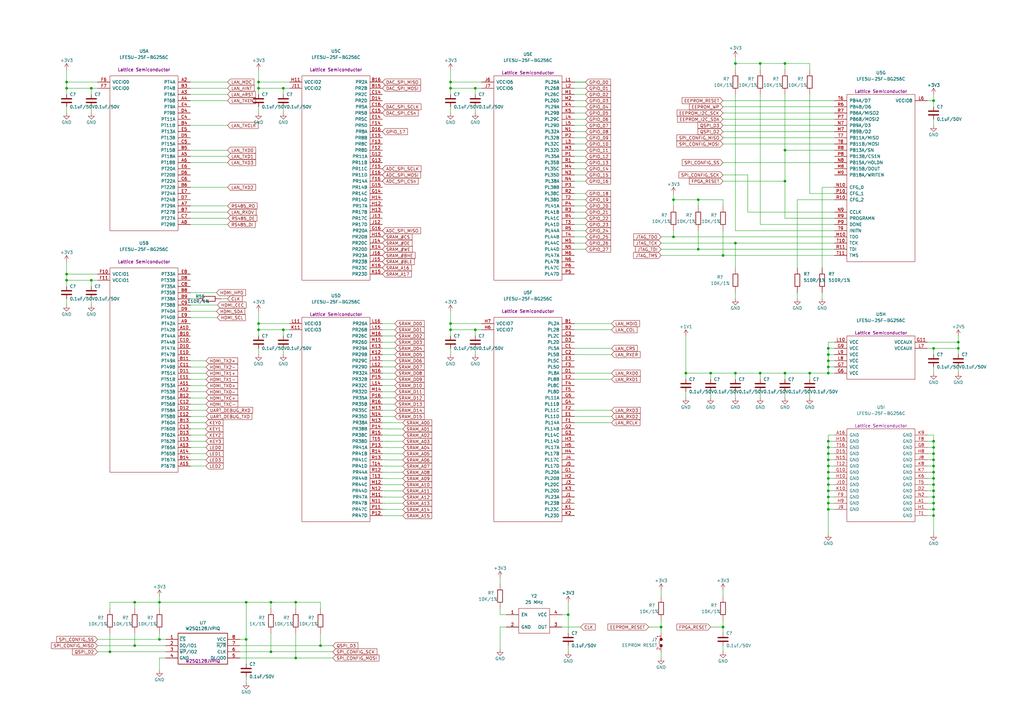
<source format=kicad_sch>
(kicad_sch (version 20230121) (generator eeschema)
  (paper "A3")
  (title_block (title "ПИР СЦХ-254 \"Карно\"\n(Karnix ASB-254)") (date "2024-02-01") (rev "V1.2") (company "ООО \"Фабмикро\"") (comment 1 "ФМТД.466961.029 Э3") (comment 2 "Залата Р.Н."))
  (junction (at 106.045 132.715))
  (junction (at 286.385 102.235))
  (junction (at 27.305 112.4204))
  (junction (at 382.905 206.375))
  (junction (at 276.225 81.915))
  (junction (at 286.385 81.915))
  (junction (at 382.905 201.295))
  (junction (at 339.725 153.035))
  (junction (at 271.145 257.175))
  (junction (at 339.725 203.835))
  (junction (at 106.045 36.195))
  (junction (at 339.725 188.595))
  (junction (at 184.785 33.655))
  (junction (at 194.945 36.195))
  (junction (at 339.725 186.055))
  (junction (at 339.725 183.515))
  (junction (at 100.965 262.255))
  (junction (at 339.725 201.295))
  (junction (at 339.725 191.135))
  (junction (at 184.785 132.715))
  (junction (at 106.045 33.655))
  (junction (at 184.785 135.255))
  (junction (at 301.625 153.035))
  (junction (at 296.545 104.775))
  (junction (at 121.285 269.875))
  (junction (at 281.305 153.035))
  (junction (at 382.905 41.275))
  (junction (at 106.045 135.255))
  (junction (at 296.545 257.175))
  (junction (at 382.905 211.455))
  (junction (at 382.905 186.055))
  (junction (at 339.725 150.495))
  (junction (at 339.725 147.955))
  (junction (at 339.725 198.755))
  (junction (at 321.945 153.035))
  (junction (at 332.105 153.035))
  (junction (at 339.725 142.875))
  (junction (at 382.905 196.215))
  (junction (at 111.125 247.015))
  (junction (at 194.945 135.255))
  (junction (at 382.905 142.875))
  (junction (at 382.905 191.135))
  (junction (at 55.245 247.015))
  (junction (at 339.725 206.375))
  (junction (at 321.945 74.295))
  (junction (at 27.305 36.195))
  (junction (at 321.945 61.595))
  (junction (at 27.305 33.655))
  (junction (at 301.625 26.035))
  (junction (at 65.405 247.015))
  (junction (at 116.205 135.255))
  (junction (at 339.725 180.975))
  (junction (at 65.405 262.255))
  (junction (at 311.785 153.035))
  (junction (at 339.725 145.415))
  (junction (at 27.305 114.935))
  (junction (at 393.065 142.875))
  (junction (at 131.445 264.795))
  (junction (at 393.065 140.335))
  (junction (at 321.945 26.035))
  (junction (at 121.285 247.015))
  (junction (at 382.905 183.515))
  (junction (at 45.085 267.335))
  (junction (at 311.785 26.035))
  (junction (at 276.225 97.155))
  (junction (at 55.245 264.795))
  (junction (at 301.625 99.695))
  (junction (at 382.905 193.675))
  (junction (at 339.725 196.215))
  (junction (at 37.465 114.9604))
  (junction (at 382.905 208.915))
  (junction (at 233.045 252.095))
  (junction (at 382.905 203.835))
  (junction (at 291.465 153.035))
  (junction (at 111.125 267.335))
  (junction (at 37.465 36.195))
  (junction (at 100.965 247.015))
  (junction (at 382.905 188.595))
  (junction (at 339.725 193.675))
  (junction (at 116.205 36.195))
  (junction (at 382.905 180.975))
  (junction (at 339.725 208.915))
  (junction (at 382.905 198.755))
  (junction (at 184.785 36.195))
  (wire (pts (xy 98.425 262.255) (xy 100.965 262.255)))
  (wire (pts (xy 78.6 158.16) (xy 78.6 158.1404)))
  (wire (pts (xy 37.465 114.9604) (xy 37.465 117.475)))
  (wire (pts (xy 78.9 165.78) (xy 78.9 165.7604)))
  (wire (pts (xy 78.105 84.455) (xy 93.345 84.455)))
  (wire (pts (xy 380.365 193.675) (xy 382.905 193.675)))
  (wire (pts (xy 339.725 140.335) (xy 339.725 142.875)))
  (wire (pts (xy 240.157 38.735) (xy 235.585 38.735)))
  (wire (pts (xy 165.2 175.94) (xy 159 175.94)))
  (wire (pts (xy 45.085 259.715) (xy 45.085 267.335)))
  (wire (pts (xy 45.085 267.335) (xy 40.005 267.335)))
  (wire (pts (xy 161.925 155.575) (xy 156.845 155.575)))
  (wire (pts (xy 78.3 150.5204) (xy 78.105 150.5204)))
  (wire (pts (xy 84.5 165.78) (xy 78.9 165.78)))
  (wire (pts (xy 184.785 28.575) (xy 184.785 33.655)))
  (wire (pts (xy 296.545 81.915) (xy 296.545 84.455)))
  (wire (pts (xy 240.157 97.155) (xy 235.585 97.155)))
  (wire (pts (xy 380.365 191.135) (xy 382.905 191.135)))
  (wire (pts (xy 55.245 259.715) (xy 55.245 264.795)))
  (wire (pts (xy 78.105 41.275) (xy 93.345 41.275)))
  (wire (pts (xy 276.225 81.915) (xy 276.225 84.455)))
  (wire (pts (xy 342.265 193.675) (xy 339.725 193.675)))
  (wire (pts (xy 342.265 196.215) (xy 339.725 196.215)))
  (wire (pts (xy 184.785 142.875) (xy 184.785 145.415)))
  (wire (pts (xy 78.105 33.655) (xy 93.345 33.655)))
  (wire (pts (xy 78.5622 191.135) (xy 84.455 191.135)))
  (wire (pts (xy 240.157 71.755) (xy 235.585 71.755)))
  (wire (pts (xy 197.485 135.255) (xy 194.945 135.255)))
  (wire (pts (xy 342.265 203.835) (xy 339.725 203.835)))
  (wire (pts (xy 240.157 84.455) (xy 235.585 84.455)))
  (wire (pts (xy 380.365 186.055) (xy 382.905 186.055)))
  (wire (pts (xy 276.225 81.915) (xy 286.385 81.915)))
  (wire (pts (xy 184.785 135.255) (xy 184.785 137.795)))
  (wire (pts (xy 67.945 264.795) (xy 55.245 264.795)))
  (wire (pts (xy 27.305 122.555) (xy 27.305 125.095)))
  (wire (pts (xy 235.5596 33.655) (xy 240.1316 33.655)))
  (wire (pts (xy 157.9 203.88) (xy 157.9 203.835)))
  (wire (pts (xy 342.265 191.135) (xy 339.725 191.135)))
  (wire (pts (xy 78.3082 178.4604) (xy 78.105 178.4604)))
  (wire (pts (xy 158.8 181.02) (xy 158.8 180.975)))
  (wire (pts (xy 106.045 132.715) (xy 106.045 135.255)))
  (wire (pts (xy 121.285 269.875) (xy 98.425 269.875)))
  (wire (pts (xy 301.625 120.015) (xy 301.625 122.555)))
  (wire (pts (xy 165.2 203.88) (xy 157.9 203.88)))
  (wire (pts (xy 342.265 89.535) (xy 321.945 89.535)))
  (wire (pts (xy 296.545 74.295) (xy 321.945 74.295)))
  (wire (pts (xy 332.105 153.035) (xy 332.105 155.575)))
  (wire (pts (xy 301.625 109.855) (xy 301.625 99.695)))
  (wire (pts (xy 337.185 76.835) (xy 337.185 109.855)))
  (wire (pts (xy 78.105 86.995) (xy 93.345 86.995)))
  (wire (pts (xy 382.905 41.275) (xy 382.905 38.735)))
  (wire (pts (xy 78.2574 175.895) (xy 84.328 175.895)))
  (wire (pts (xy 78.3082 178.435) (xy 84.328 178.435)))
  (wire (pts (xy 332.105 160.655) (xy 332.105 163.195)))
  (wire (pts (xy 78.4606 186.0804) (xy 78.4606 186.055)))
  (wire (pts (xy 339.725 145.415) (xy 339.725 147.955)))
  (wire (pts (xy 301.625 26.035) (xy 311.785 26.035)))
  (wire (pts (xy 311.785 26.035) (xy 321.945 26.035)))
  (wire (pts (xy 380.365 142.875) (xy 382.905 142.875)))
  (wire (pts (xy 55.245 247.015) (xy 65.405 247.015)))
  (wire (pts (xy 111.125 249.555) (xy 111.125 247.015)))
  (wire (pts (xy 382.905 43.815) (xy 382.905 41.275)))
  (wire (pts (xy 159.1 173.355) (xy 156.845 173.355)))
  (wire (pts (xy 158.3 193.675) (xy 156.845 193.675)))
  (wire (pts (xy 65.405 262.255) (xy 65.405 259.715)))
  (wire (pts (xy 321.945 26.035) (xy 321.945 28.575)))
  (wire (pts (xy 240.157 41.275) (xy 235.585 41.275)))
  (wire (pts (xy 158.4 191.18) (xy 158.4 191.135)))
  (wire (pts (xy 240.157 69.215) (xy 235.585 69.215)))
  (wire (pts (xy 342.265 150.495) (xy 339.725 150.495)))
  (wire (pts (xy 321.945 153.035) (xy 311.785 153.035)))
  (wire (pts (xy 165.2 178.48) (xy 158.9 178.48)))
  (wire (pts (xy 339.725 150.495) (xy 339.725 153.035)))
  (wire (pts (xy 78.7 160.6804) (xy 78.105 160.6804)))
  (wire (pts (xy 88.8 120) (xy 78.2 120)))
  (wire (pts (xy 271.145 104.775) (xy 296.545 104.775)))
  (wire (pts (xy 382.905 188.595) (xy 382.905 191.135)))
  (wire (pts (xy 271.145 257.175) (xy 271.145 259.715)))
  (wire (pts (xy 161.925 163.195) (xy 156.845 163.195)))
  (wire (pts (xy 342.265 56.515) (xy 296.545 56.515)))
  (wire (pts (xy 40.005 36.195) (xy 37.465 36.195)))
  (wire (pts (xy 100.965 272.415) (xy 100.965 262.255)))
  (wire (pts (xy 235.3 198.755) (xy 235.585 198.755)))
  (wire (pts (xy 78.5114 188.595) (xy 84.455 188.595)))
  (wire (pts (xy 380.365 203.835) (xy 382.905 203.835)))
  (wire (pts (xy 78.6638 170.8404) (xy 78.105 170.8404)))
  (wire (pts (xy 240.157 64.135) (xy 235.585 64.135)))
  (wire (pts (xy 271.145 254.635) (xy 271.145 257.175)))
  (wire (pts (xy 301.625 94.615) (xy 301.625 38.735)))
  (wire (pts (xy 65.405 247.015) (xy 100.965 247.015)))
  (wire (pts (xy 78.4 153.08) (xy 78.4 153.0604)))
  (wire (pts (xy 89.2 125.1) (xy 78.2 125.1)))
  (wire (pts (xy 158.3 193.72) (xy 158.3 193.675)))
  (wire (pts (xy 296.9 48.9) (xy 296.9 48.895)))
  (wire (pts (xy 339.725 208.915) (xy 339.725 219.075)))
  (wire (pts (xy 78.4098 183.515) (xy 84.455 183.515)))
  (wire (pts (xy 339.725 206.375) (xy 339.725 208.915)))
  (wire (pts (xy 157.6 211.5) (xy 157.6 211.455)))
  (wire (pts (xy 327.025 81.915) (xy 342.265 81.915)))
  (wire (pts (xy 78.4 153.0604) (xy 78.105 153.0604)))
  (wire (pts (xy 342.265 86.995) (xy 306.705 86.995)))
  (wire (pts (xy 157.7 208.915) (xy 156.845 208.915)))
  (wire (pts (xy 296.545 94.615) (xy 296.545 104.775)))
  (wire (pts (xy 235.585 135.255) (xy 250.825 135.255)))
  (wire (pts (xy 321.945 61.595) (xy 321.945 74.295)))
  (wire (pts (xy 339.725 186.055) (xy 339.725 188.595)))
  (wire (pts (xy 235 206.375) (xy 235.585 206.375)))
  (wire (pts (xy 116.205 36.195) (xy 106.045 36.195)))
  (wire (pts (xy 84.5 160.7) (xy 78.7 160.7)))
  (wire (pts (xy 165.2 173.4) (xy 159.1 173.4)))
  (wire (pts (xy 161.925 145.415) (xy 156.845 145.415)))
  (wire (pts (xy 111.125 259.715) (xy 111.125 267.335)))
  (wire (pts (xy 342.265 66.675) (xy 296.545 66.675)))
  (wire (pts (xy 161.925 160.655) (xy 156.845 160.655)))
  (wire (pts (xy 382.905 211.455) (xy 382.905 219.075)))
  (wire (pts (xy 296.7 43.82) (xy 296.7 43.815)))
  (wire (pts (xy 382.905 48.895) (xy 382.905 51.435)))
  (wire (pts (xy 78.105 38.735) (xy 93.345 38.735)))
  (wire (pts (xy 234.8 211.455) (xy 235.585 211.455)))
  (wire (pts (xy 121.285 259.715) (xy 121.285 269.875)))
  (wire (pts (xy 342.265 186.055) (xy 339.725 186.055)))
  (wire (pts (xy 235.5 193.7) (xy 235.5 193.675)))
  (wire (pts (xy 235.5 193.675) (xy 235.585 193.675)))
  (wire (pts (xy 393.065 150.495) (xy 393.065 153.035)))
  (wire (pts (xy 382.905 180.975) (xy 382.905 183.515)))
  (wire (pts (xy 291.465 153.035) (xy 281.305 153.035)))
  (wire (pts (xy 240.157 61.595) (xy 235.585 61.595)))
  (wire (pts (xy 158 201.295) (xy 156.845 201.295)))
  (wire (pts (xy 380.365 201.295) (xy 382.905 201.295)))
  (wire (pts (xy 37.465 36.195) (xy 27.305 36.195)))
  (wire (pts (xy 276.225 97.155) (xy 342.265 97.155)))
  (wire (pts (xy 286.385 102.235) (xy 342.265 102.235)))
  (wire (pts (xy 161.925 153.035) (xy 156.845 153.035)))
  (wire (pts (xy 78.2 125.1204) (xy 78.105 125.1204)))
  (wire (pts (xy 382.905 142.875) (xy 382.905 145.415)))
  (wire (pts (xy 382.905 198.755) (xy 382.905 201.295)))
  (wire (pts (xy 271.145 241.935) (xy 271.145 244.475)))
  (wire (pts (xy 157.7 208.96) (xy 157.7 208.915)))
  (wire (pts (xy 78.2574 175.9204) (xy 78.105 175.9204)))
  (wire (pts (xy 301.625 153.035) (xy 291.465 153.035)))
  (wire (pts (xy 78.6638 170.8404) (xy 78.6638 170.815)))
  (wire (pts (xy 235.585 155.575) (xy 250.825 155.575)))
  (wire (pts (xy 67.945 267.335) (xy 45.085 267.335)))
  (wire (pts (xy 235.1 203.86) (xy 235.1 203.835)))
  (wire (pts (xy 235.585 132.715) (xy 250.825 132.715)))
  (wire (pts (xy 78.3082 178.4604) (xy 78.3082 178.435)))
  (wire (pts (xy 78.5114 188.6204) (xy 78.5114 188.595)))
  (wire (pts (xy 276.225 94.615) (xy 276.225 97.155)))
  (wire (pts (xy 45.085 249.555) (xy 45.085 247.015)))
  (wire (pts (xy 78.359 180.975) (xy 84.455 180.975)))
  (wire (pts (xy 382.905 186.055) (xy 382.905 188.595)))
  (wire (pts (xy 161.925 168.275) (xy 156.845 168.275)))
  (wire (pts (xy 301.625 23.495) (xy 301.625 26.035)))
  (wire (pts (xy 65.405 244.475) (xy 65.405 247.015)))
  (wire (pts (xy 37.465 122.555) (xy 37.465 125.095)))
  (wire (pts (xy 118.745 36.195) (xy 116.205 36.195)))
  (wire (pts (xy 100.965 247.015) (xy 111.125 247.015)))
  (wire (pts (xy 296.7 43.815) (xy 342.265 43.815)))
  (wire (pts (xy 321.945 26.035) (xy 332.105 26.035)))
  (wire (pts (xy 84.5 150.54) (xy 78.3 150.54)))
  (wire (pts (xy 311.785 38.735) (xy 311.785 92.075)))
  (wire (pts (xy 194.945 142.875) (xy 194.945 145.415)))
  (wire (pts (xy 161.925 137.795) (xy 156.845 137.795)))
  (wire (pts (xy 296.545 53.975) (xy 342.265 53.975)))
  (wire (pts (xy 281.305 163.195) (xy 281.305 160.655)))
  (wire (pts (xy 235 206.4) (xy 235 206.375)))
  (wire (pts (xy 291.465 155.575) (xy 291.465 153.035)))
  (wire (pts (xy 158.2 196.26) (xy 158.2 196.215)))
  (wire (pts (xy 380.365 188.595) (xy 382.905 188.595)))
  (wire (pts (xy 296.5 46.36) (xy 296.8 46.36)))
  (wire (pts (xy 116.205 135.255) (xy 106.045 135.255)))
  (wire (pts (xy 78.2 127.6604) (xy 78.105 127.6604)))
  (wire (pts (xy 159 175.94) (xy 159 175.895)))
  (wire (pts (xy 382.905 193.675) (xy 382.905 196.215)))
  (wire (pts (xy 106.045 135.255) (xy 106.045 137.795)))
  (wire (pts (xy 235.585 153.035) (xy 250.825 153.035)))
  (wire (pts (xy 240.157 94.615) (xy 235.585 94.615)))
  (wire (pts (xy 116.205 36.195) (xy 116.205 38.735)))
  (wire (pts (xy 27.305 43.815) (xy 27.305 46.355)))
  (wire (pts (xy 382.905 191.135) (xy 382.905 193.675)))
  (wire (pts (xy 78.2066 173.3804) (xy 78.2066 173.355)))
  (wire (pts (xy 339.725 201.295) (xy 339.725 203.835)))
  (wire (pts (xy 158.6 186.055) (xy 156.845 186.055)))
  (wire (pts (xy 121.285 247.015) (xy 131.445 247.015)))
  (wire (pts (xy 158.2 196.215) (xy 156.845 196.215)))
  (wire (pts (xy 301.625 28.575) (xy 301.625 26.035)))
  (wire (pts (xy 158 201.34) (xy 158 201.295)))
  (wire (pts (xy 271.145 99.695) (xy 301.625 99.695)))
  (wire (pts (xy 161.925 147.955) (xy 156.845 147.955)))
  (wire (pts (xy 100.965 277.495) (xy 100.965 280.035)))
  (wire (pts (xy 380.365 178.435) (xy 382.905 178.435)))
  (wire (pts (xy 271.145 267.335) (xy 271.145 269.875)))
  (wire (pts (xy 205.105 239.395) (xy 205.105 236.855)))
  (wire (pts (xy 342.265 183.515) (xy 339.725 183.515)))
  (wire (pts (xy 321.945 74.295) (xy 321.945 89.535)))
  (wire (pts (xy 55.245 264.795) (xy 40.005 264.795)))
  (wire (pts (xy 78.2 148) (xy 78.2 147.9804)))
  (wire (pts (xy 78.105 76.835) (xy 93.345 76.835)))
  (wire (pts (xy 235.585 173.355) (xy 250.825 173.355)))
  (wire (pts (xy 296.6 41.28) (xy 296.6 41.275)))
  (wire (pts (xy 380.365 208.915) (xy 382.905 208.915)))
  (wire (pts (xy 311.785 153.035) (xy 301.625 153.035)))
  (wire (pts (xy 296.8 46.355) (xy 342.265 46.355)))
  (wire (pts (xy 240.157 74.295) (xy 235.585 74.295)))
  (wire (pts (xy 380.365 41.275) (xy 382.905 41.275)))
  (wire (pts (xy 161.925 142.875) (xy 156.845 142.875)))
  (wire (pts (xy 380.365 183.515) (xy 382.905 183.515)))
  (wire (pts (xy 27.305 36.195) (xy 27.305 38.735)))
  (wire (pts (xy 337.185 122.555) (xy 337.185 120.015)))
  (wire (pts (xy 207.645 252.095) (xy 205.105 252.095)))
  (wire (pts (xy 106.045 33.655) (xy 106.045 36.195)))
  (wire (pts (xy 78.9 165.7604) (xy 78.105 165.7604)))
  (wire (pts (xy 78.5622 191.1604) (xy 78.5622 191.135)))
  (wire (pts (xy 184.785 132.715) (xy 184.785 135.255)))
  (wire (pts (xy 78.105 186.0804) (xy 78.4606 186.0804)))
  (wire (pts (xy 240.1316 33.6804) (xy 240.1316 33.655)))
  (wire (pts (xy 116.205 43.815) (xy 116.205 46.355)))
  (wire (pts (xy 78.3 150.54) (xy 78.3 150.5204)))
  (wire (pts (xy 37.465 114.935) (xy 27.305 114.935)))
  (wire (pts (xy 296.6 41.275) (xy 342.265 41.275)))
  (wire (pts (xy 84.5 153.08) (xy 78.4 153.08)))
  (wire (pts (xy 240.157 56.515) (xy 235.585 56.515)))
  (wire (pts (xy 157.8 206.375) (xy 156.845 206.375)))
  (wire (pts (xy 165.2 181.02) (xy 158.8 181.02)))
  (wire (pts (xy 78.2066 173.3804) (xy 78.105 173.3804)))
  (wire (pts (xy 106.045 142.875) (xy 106.045 145.415)))
  (wire (pts (xy 157.9 203.835) (xy 156.845 203.835)))
  (wire (pts (xy 78.8 163.2204) (xy 78.105 163.2204)))
  (wire (pts (xy 342.265 208.915) (xy 339.725 208.915)))
  (wire (pts (xy 194.945 135.255) (xy 184.785 135.255)))
  (wire (pts (xy 45.085 247.015) (xy 55.245 247.015)))
  (wire (pts (xy 339.725 198.755) (xy 339.725 201.295)))
  (wire (pts (xy 281.305 153.035) (xy 281.305 137.795)))
  (wire (pts (xy 184.785 127.635) (xy 184.785 132.715)))
  (wire (pts (xy 286.385 94.615) (xy 286.385 102.235)))
  (wire (pts (xy 276.225 79.375) (xy 276.225 81.915)))
  (wire (pts (xy 194.945 36.195) (xy 184.785 36.195)))
  (wire (pts (xy 382.905 203.835) (xy 382.905 206.375)))
  (wire (pts (xy 235.2 201.295) (xy 235.585 201.295)))
  (wire (pts (xy 382.905 201.295) (xy 382.905 203.835)))
  (wire (pts (xy 235.4 196.24) (xy 235.4 196.215)))
  (wire (pts (xy 235.1 203.835) (xy 235.585 203.835)))
  (wire (pts (xy 194.945 135.255) (xy 194.945 137.795)))
  (wire (pts (xy 240.157 81.915) (xy 235.585 81.915)))
  (wire (pts (xy 78.3 130.2004) (xy 78.105 130.2004)))
  (wire (pts (xy 342.265 201.295) (xy 339.725 201.295)))
  (wire (pts (xy 296.545 259.715) (xy 296.545 257.175)))
  (wire (pts (xy 78.105 36.195) (xy 93.345 36.195)))
  (wire (pts (xy 382.905 196.215) (xy 382.905 198.755)))
  (wire (pts (xy 197.485 36.195) (xy 194.945 36.195)))
  (wire (pts (xy 339.725 183.515) (xy 339.725 186.055)))
  (wire (pts (xy 165.2 188.64) (xy 158.5 188.64)))
  (wire (pts (xy 240.157 53.975) (xy 235.585 53.975)))
  (wire (pts (xy 382.905 142.875) (xy 393.065 142.875)))
  (wire (pts (xy 159.1 173.4) (xy 159.1 173.355)))
  (wire (pts (xy 158.9 178.48) (xy 158.9 178.435)))
  (wire (pts (xy 339.725 198.755) (xy 342.265 198.755)))
  (wire (pts (xy 78.4098 183.5404) (xy 78.4098 183.515)))
  (wire (pts (xy 301.625 99.695) (xy 342.265 99.695)))
  (wire (pts (xy 78.613 168.3004) (xy 78.613 168.275)))
  (wire (pts (xy 296.5 43.82) (xy 296.7 43.82)))
  (wire (pts (xy 234.9 208.94) (xy 234.9 208.915)))
  (wire (pts (xy 84.5 155.62) (xy 78.5 155.62)))
  (wire (pts (xy 184.785 33.655) (xy 184.785 36.195)))
  (wire (pts (xy 342.265 147.955) (xy 339.725 147.955)))
  (wire (pts (xy 339.725 196.215) (xy 339.725 198.755)))
  (wire (pts (xy 65.405 262.255) (xy 40.005 262.255)))
  (wire (pts (xy 271.145 97.155) (xy 276.225 97.155)))
  (wire (pts (xy 235.4 196.215) (xy 235.585 196.215)))
  (wire (pts (xy 78.2 120) (xy 78.2 120.0404)))
  (wire (pts (xy 339.725 178.435) (xy 339.725 180.975)))
  (wire (pts (xy 158.1 198.8) (xy 158.1 198.755)))
  (wire (pts (xy 78.5 155.62) (xy 78.5 155.6004)))
  (wire (pts (xy 111.125 267.335) (xy 98.425 267.335)))
  (wire (pts (xy 235.585 145.415) (xy 250.825 145.415)))
  (wire (pts (xy 286.385 81.915) (xy 286.385 84.455)))
  (wire (pts (xy 78.2066 173.355) (xy 84.328 173.355)))
  (wire (pts (xy 235.5596 33.655) (xy 235.5596 33.6804)))
  (wire (pts (xy 311.785 160.655) (xy 311.785 163.195)))
  (wire (pts (xy 184.785 43.815) (xy 184.785 46.355)))
  (wire (pts (xy 240.157 99.695) (xy 235.585 99.695)))
  (wire (pts (xy 342.265 188.595) (xy 339.725 188.595)))
  (wire (pts (xy 291.465 160.655) (xy 291.465 163.195)))
  (wire (pts (xy 165.2 193.72) (xy 158.3 193.72)))
  (wire (pts (xy 339.725 180.975) (xy 339.725 183.515)))
  (wire (pts (xy 301.625 155.575) (xy 301.625 153.035)))
  (wire (pts (xy 78.2 127.7) (xy 78.2 127.6604)))
  (wire (pts (xy 235.585 170.815) (xy 250.825 170.815)))
  (wire (pts (xy 165.2 191.18) (xy 158.4 191.18)))
  (wire (pts (xy 78.105 64.135) (xy 93.345 64.135)))
  (wire (pts (xy 136.525 267.335) (xy 111.125 267.335)))
  (wire (pts (xy 78.2 120.0404) (xy 78.105 120.0404)))
  (wire (pts (xy 136.525 269.875) (xy 121.285 269.875)))
  (wire (pts (xy 393.065 140.335) (xy 393.065 142.875)))
  (wire (pts (xy 291.465 257.175) (xy 296.545 257.175)))
  (wire (pts (xy 234.8 211.48) (xy 234.8 211.455)))
  (wire (pts (xy 342.265 180.975) (xy 339.725 180.975)))
  (wire (pts (xy 235.3 198.78) (xy 235.3 198.755)))
  (wire (pts (xy 55.245 249.555) (xy 55.245 247.015)))
  (wire (pts (xy 121.285 249.555) (xy 121.285 247.015)))
  (wire (pts (xy 342.265 61.595) (xy 321.945 61.595)))
  (wire (pts (xy 240.157 59.055) (xy 235.585 59.055)))
  (wire (pts (xy 78.7 160.7) (xy 78.7 160.6804)))
  (wire (pts (xy 116.205 135.255) (xy 116.205 137.795)))
  (wire (pts (xy 382.905 150.495) (xy 382.905 153.035)))
  (wire (pts (xy 240.157 46.355) (xy 235.585 46.355)))
  (wire (pts (xy 311.785 26.035) (xy 311.785 28.575)))
  (wire (pts (xy 240.1316 33.6804) (xy 235.5596 33.6804)))
  (wire (pts (xy 100.965 247.015) (xy 100.965 262.255)))
  (wire (pts (xy 165.2 208.96) (xy 157.7 208.96)))
  (wire (pts (xy 165.2 201.34) (xy 158 201.34)))
  (wire (pts (xy 161.925 140.335) (xy 156.845 140.335)))
  (wire (pts (xy 78.105 66.675) (xy 93.345 66.675)))
  (wire (pts (xy 240.157 79.375) (xy 235.585 79.375)))
  (wire (pts (xy 235.585 168.275) (xy 250.825 168.275)))
  (wire (pts (xy 321.945 160.655) (xy 321.945 163.195)))
  (wire (pts (xy 339.725 142.875) (xy 339.725 145.415)))
  (wire (pts (xy 159 175.895) (xy 156.845 175.895)))
  (wire (pts (xy 78.6 158.1404) (xy 78.105 158.1404)))
  (wire (pts (xy 240.157 92.075) (xy 235.585 92.075)))
  (wire (pts (xy 342.265 94.615) (xy 301.625 94.615)))
  (wire (pts (xy 158.8 180.975) (xy 156.845 180.975)))
  (wire (pts (xy 165.2 196.26) (xy 158.2 196.26)))
  (wire (pts (xy 158.7 183.56) (xy 158.7 183.515)))
  (wire (pts (xy 342.265 206.375) (xy 339.725 206.375)))
  (wire (pts (xy 118.745 33.655) (xy 106.045 33.655)))
  (wire (pts (xy 118.745 135.255) (xy 116.205 135.255)))
  (wire (pts (xy 78.4606 186.055) (xy 84.455 186.055)))
  (wire (pts (xy 296.8 46.36) (xy 296.8 46.355)))
  (wire (pts (xy 342.265 145.415) (xy 339.725 145.415)))
  (wire (pts (xy 380.365 211.455) (xy 382.905 211.455)))
  (wire (pts (xy 158.9 178.435) (xy 156.845 178.435)))
  (wire (pts (xy 116.205 142.875) (xy 116.205 145.415)))
  (wire (pts (xy 342.265 51.435) (xy 296.545 51.435)))
  (wire (pts (xy 106.045 127.635) (xy 106.045 132.715)))
  (wire (pts (xy 98.425 264.795) (xy 131.445 264.795)))
  (wire (pts (xy 37.465 114.9604) (xy 37.465 114.935)))
  (wire (pts (xy 205.105 257.175) (xy 205.105 266.319)))
  (wire (pts (xy 78.4098 183.5404) (xy 78.105 183.5404)))
  (wire (pts (xy 27.305 33.655) (xy 27.305 36.195)))
  (wire (pts (xy 339.725 147.955) (xy 339.725 150.495)))
  (wire (pts (xy 332.105 153.035) (xy 321.945 153.035)))
  (wire (pts (xy 327.025 81.915) (xy 327.025 109.855)))
  (wire (pts (xy 78.359 181.0004) (xy 78.359 180.975)))
  (wire (pts (xy 380.365 196.215) (xy 382.905 196.215)))
  (wire (pts (xy 165.2 198.8) (xy 158.1 198.8)))
  (wire (pts (xy 78.105 122.5804) (xy 78.1558 122.5804)))
  (wire (pts (xy 332.105 79.375) (xy 332.105 38.735)))
  (wire (pts (xy 321.945 155.575) (xy 321.945 153.035)))
  (wire (pts (xy 306.705 71.755) (xy 296.545 71.755)))
  (wire (pts (xy 194.945 36.195) (xy 194.945 38.735)))
  (wire (pts (xy 240.157 36.195) (xy 235.585 36.195)))
  (wire (pts (xy 342.265 76.835) (xy 337.185 76.835)))
  (wire (pts (xy 161.925 132.715) (xy 156.845 132.715)))
  (wire (pts (xy 301.625 160.655) (xy 301.625 163.195)))
  (wire (pts (xy 111.125 247.015) (xy 121.285 247.015)))
  (wire (pts (xy 296.545 104.775) (xy 342.265 104.775)))
  (wire (pts (xy 78.105 51.435) (xy 93.345 51.435)))
  (wire (pts (xy 37.465 43.815) (xy 37.465 46.355)))
  (wire (pts (xy 78.3 130.24) (xy 78.3 130.2004)))
  (wire (pts (xy 382.905 198.755) (xy 380.365 198.755)))
  (wire (pts (xy 342.265 59.055) (xy 296.545 59.055)))
  (wire (pts (xy 78.2 147.9804) (xy 78.105 147.9804)))
  (wire (pts (xy 230.505 252.095) (xy 233.045 252.095)))
  (wire (pts (xy 286.385 81.915) (xy 296.545 81.915)))
  (wire (pts (xy 84.5 163.24) (xy 78.8 163.24)))
  (wire (pts (xy 234.9 208.915) (xy 235.585 208.915)))
  (wire (pts (xy 235.585 142.875) (xy 250.825 142.875)))
  (wire (pts (xy 106.045 36.195) (xy 106.045 38.735)))
  (wire (pts (xy 230.505 257.175) (xy 238.125 257.175)))
  (wire (pts (xy 296.9 48.895) (xy 342.265 48.895)))
  (wire (pts (xy 339.725 188.595) (xy 339.725 191.135)))
  (wire (pts (xy 240.157 43.815) (xy 235.585 43.815)))
  (wire (pts (xy 161.925 158.115) (xy 156.845 158.115)))
  (wire (pts (xy 380.365 140.335) (xy 393.065 140.335)))
  (wire (pts (xy 27.305 28.575) (xy 27.305 33.655)))
  (wire (pts (xy 78.2 125.1) (xy 78.2 125.1204)))
  (wire (pts (xy 161.925 170.815) (xy 156.845 170.815)))
  (wire (pts (xy 342.265 140.335) (xy 339.725 140.335)))
  (wire (pts (xy 240.157 102.235) (xy 235.585 102.235)))
  (wire (pts (xy 90.805 122.555) (xy 93.345 122.555)))
  (wire (pts (xy 118.745 132.715) (xy 106.045 132.715)))
  (wire (pts (xy 339.725 153.035) (xy 332.105 153.035)))
  (wire (pts (xy 311.785 155.575) (xy 311.785 153.035)))
  (wire (pts (xy 40.005 114.9604) (xy 37.465 114.9604)))
  (wire (pts (xy 161.925 150.495) (xy 156.845 150.495)))
  (wire (pts (xy 240.157 89.535) (xy 235.585 89.535)))
  (wire (pts (xy 89.1 130.24) (xy 78.3 130.24)))
  (wire (pts (xy 78.613 168.3004) (xy 78.105 168.3004)))
  (wire (pts (xy 106.045 43.815) (xy 106.045 46.355)))
  (wire (pts (xy 131.445 264.795) (xy 136.525 264.795)))
  (wire (pts (xy 78.105 61.595) (xy 93.345 61.595)))
  (wire (pts (xy 158.5 188.595) (xy 156.845 188.595)))
  (wire (pts (xy 296.5 41.28) (xy 296.6 41.28)))
  (wire (pts (xy 37.465 36.195) (xy 37.465 38.735)))
  (wire (pts (xy 161.925 135.255) (xy 156.845 135.255)))
  (wire (pts (xy 233.045 252.095) (xy 233.045 247.015)))
  (wire (pts (xy 131.445 249.555) (xy 131.445 247.015)))
  (wire (pts (xy 65.405 269.875) (xy 65.405 274.955)))
  (wire (pts (xy 339.725 203.835) (xy 339.725 206.375)))
  (wire (pts (xy 78.359 181.0004) (xy 78.105 181.0004)))
  (wire (pts (xy 88.8 127.7) (xy 78.2 127.7)))
  (wire (pts (xy 393.065 142.875) (xy 393.065 145.415)))
  (wire (pts (xy 27.305 114.935) (xy 27.305 117.475)))
  (wire (pts (xy 339.725 191.135) (xy 339.725 193.675)))
  (wire (pts (xy 321.945 38.735) (xy 321.945 61.595)))
  (wire (pts (xy 235.2 201.32) (xy 235.2 201.295)))
  (wire (pts (xy 342.265 92.075) (xy 311.785 92.075)))
  (wire (pts (xy 157.6 211.455) (xy 156.845 211.455)))
  (wire (pts (xy 382.905 178.435) (xy 382.905 180.975)))
  (wire (pts (xy 207.645 257.175) (xy 205.105 257.175)))
  (wire (pts (xy 27.305 112.4204) (xy 27.305 114.935)))
  (wire (pts (xy 342.265 142.875) (xy 339.725 142.875)))
  (wire (pts (xy 78.5114 188.6204) (xy 78.105 188.6204)))
  (wire (pts (xy 40.005 112.4204) (xy 27.305 112.4204)))
  (wire (pts (xy 27.305 107.315) (xy 27.305 112.4204)))
  (wire (pts (xy 306.705 86.995) (xy 306.705 71.755)))
  (wire (pts (xy 332.105 26.035) (xy 332.105 28.575)))
  (wire (pts (xy 40.005 33.655) (xy 27.305 33.655)))
  (wire (pts (xy 93.472 89.535) (xy 78.105 89.535)))
  (wire (pts (xy 158.4 191.135) (xy 156.845 191.135)))
  (wire (pts (xy 235.5596 33.6804) (xy 235.585 33.655)))
  (wire (pts (xy 158.6 186.1) (xy 158.6 186.055)))
  (wire (pts (xy 161.925 165.735) (xy 156.845 165.735)))
  (wire (pts (xy 205.105 252.095) (xy 205.105 249.555)))
  (wire (pts (xy 380.365 180.975) (xy 382.905 180.975)))
  (wire (pts (xy 158.5 188.64) (xy 158.5 188.595)))
  (wire (pts (xy 240.157 48.895) (xy 235.585 48.895)))
  (wire (pts (xy 67.945 262.255) (xy 65.405 262.255)))
  (wire (pts (xy 165.2 211.5) (xy 157.6 211.5)))
  (wire (pts (xy 158.7 183.515) (xy 156.845 183.515)))
  (wire (pts (xy 296.5 48.9) (xy 296.9 48.9)))
  (wire (pts (xy 165.2 206.42) (xy 157.8 206.42)))
  (wire (pts (xy 380.365 206.375) (xy 382.905 206.375)))
  (wire (pts (xy 240.157 66.675) (xy 235.585 66.675)))
  (wire (pts (xy 78.6638 170.815) (xy 84.582 170.815)))
  (wire (pts (xy 233.045 264.795) (xy 233.045 267.335)))
  (wire (pts (xy 339.725 193.675) (xy 339.725 196.215)))
  (wire (pts (xy 296.545 264.795) (xy 296.545 267.335)))
  (wire (pts (xy 78.1558 122.555) (xy 80.645 122.555)))
  (wire (pts (xy 131.445 259.715) (xy 131.445 264.795)))
  (wire (pts (xy 194.945 43.815) (xy 194.945 46.355)))
  (wire (pts (xy 67.945 269.875) (xy 65.405 269.875)))
  (wire (pts (xy 382.905 206.375) (xy 382.905 208.915)))
  (wire (pts (xy 84.5 148) (xy 78.2 148)))
  (wire (pts (xy 78.8 163.24) (xy 78.8 163.2204)))
  (wire (pts (xy 78.5 155.6004) (xy 78.105 155.6004)))
  (wire (pts (xy 158.1 198.755) (xy 156.845 198.755)))
  (wire (pts (xy 342.265 79.375) (xy 332.105 79.375)))
  (wire (pts (xy 184.785 36.195) (xy 184.785 38.735)))
  (wire (pts (xy 327.025 122.555) (xy 327.025 120.015)))
  (wire (pts (xy 342.265 153.035) (xy 339.725 153.035)))
  (wire (pts (xy 342.265 178.435) (xy 339.725 178.435)))
  (wire (pts (xy 165.2 186.1) (xy 158.6 186.1)))
  (wire (pts (xy 240.157 86.995) (xy 235.585 86.995)))
  (wire (pts (xy 382.905 183.515) (xy 382.905 186.055)))
  (wire (pts (xy 165.2 183.56) (xy 158.7 183.56)))
  (wire (pts (xy 233.045 259.715) (xy 233.045 252.095)))
  (wire (pts (xy 78.1558 122.5804) (xy 78.1558 122.555)))
  (wire (pts (xy 240.157 51.435) (xy 235.585 51.435)))
  (wire (pts (xy 197.485 33.655) (xy 184.785 33.655)))
  (wire (pts (xy 78.105 191.1604) (xy 78.5622 191.1604)))
  (wire (pts (xy 65.405 247.015) (xy 65.405 249.555)))
  (wire (pts (xy 78.613 168.275) (xy 84.582 168.275)))
  (wire (pts (xy 106.045 28.575) (xy 106.045 33.655)))
  (wire (pts (xy 157.8 206.42) (xy 157.8 206.375)))
  (wire (pts (xy 281.305 155.575) (xy 281.305 153.035)))
  (wire (pts (xy 382.905 208.915) (xy 382.905 211.455)))
  (wire (pts (xy 78.105 92.075) (xy 93.345 92.075)))
  (wire (pts (xy 296.545 257.175) (xy 296.545 254.635)))
  (wire (pts (xy 296.545 244.475) (xy 296.545 241.935)))
  (wire (pts (xy 84.5 158.16) (xy 78.6 158.16)))
  (wire (pts (xy 78.2574 175.9204) (xy 78.2574 175.895)))
  (wire (pts (xy 197.485 132.715) (xy 184.785 132.715)))
  (wire (pts (xy 266.065 257.175) (xy 271.145 257.175)))
  (wire (pts (xy 393.065 140.335) (xy 393.065 137.795)))
  (wire (pts (xy 271.145 102.235) (xy 286.385 102.235)))
  (global_label "SRAM_D04" (shape input) (at 161.925 142.875 0) (property "Intersheetrefs" "${INTERSHEET_REFS}" (effects hide)))
  (global_label "GPIO_20" (shape input) (at 240.157 84.455 0) (property "Intersheetrefs" "${INTERSHEET_REFS}" (effects hide)))
  (global_label "HDMI_TX1-" (shape input) (at 84.5 155.62 0) (property "Intersheetrefs" "${INTERSHEET_REFS}" (effects hide)))
  (global_label "SRAM_D02" (shape input) (at 161.925 137.795 0) (property "Intersheetrefs" "${INTERSHEET_REFS}" (effects hide)))
  (global_label "ADC_SPI_MISO" (shape input) (at 156.845 94.615 0) (property "Intersheetrefs" "${INTERSHEET_REFS}" (effects hide)))
  (global_label "GPIO_12" (shape input) (at 240.157 64.135 0) (property "Intersheetrefs" "${INTERSHEET_REFS}" (effects hide)))
  (global_label "HDMI_TXC-" (shape input) (at 84.5 165.78 0) (property "Intersheetrefs" "${INTERSHEET_REFS}" (effects hide)))
  (global_label "UART_DEBUG_TXD" (shape input) (at 84.582 170.815 0) (property "Intersheetrefs" "${INTERSHEET_REFS}" (effects hide)))
  (global_label "ADC_SPI_SCLK" (shape input) (at 156.845 69.215 0) (property "Intersheetrefs" "${INTERSHEET_REFS}" (effects hide)))
  (global_label "GPIO_14" (shape input) (at 240.157 69.215 0) (property "Intersheetrefs" "${INTERSHEET_REFS}" (effects hide)))
  (global_label "EEPROM_RESET" (shape input) (at 266.065 257.175 180) (property "Intersheetrefs" "${INTERSHEET_REFS}" (effects hide)))
  (global_label "JTAG_TCK" (shape input) (at 271.145 99.695 180) (property "Intersheetrefs" "${INTERSHEET_REFS}" (effects hide)))
  (global_label "JTAG_TMS" (shape input) (at 271.145 104.775 180) (property "Intersheetrefs" "${INTERSHEET_REFS}" (effects hide)))
  (global_label "HDMI_TX1+" (shape input) (at 84.5 153.08 0) (property "Intersheetrefs" "${INTERSHEET_REFS}" (effects hide)))
  (global_label "SPI_CONFIG_MISO" (shape input) (at 40.005 264.795 180) (property "Intersheetrefs" "${INTERSHEET_REFS}" (effects hide)))
  (global_label "GPIO_15" (shape input) (at 240.157 71.755 0) (property "Intersheetrefs" "${INTERSHEET_REFS}" (effects hide)))
  (global_label "SRAM_D15" (shape input) (at 161.925 170.815 0) (property "Intersheetrefs" "${INTERSHEET_REFS}" (effects hide)))
  (global_label "SRAM_A12" (shape input) (at 165.2 203.88 0) (property "Intersheetrefs" "${INTERSHEET_REFS}" (effects hide)))
  (global_label "SPI_CONFIG_SCK" (shape input) (at 136.525 267.335 0) (property "Intersheetrefs" "${INTERSHEET_REFS}" (effects hide)))
  (global_label "SRAM_A07" (shape input) (at 165.2 191.18 0) (property "Intersheetrefs" "${INTERSHEET_REFS}" (effects hide)))
  (global_label "SPI_CONFIG_SS" (shape input) (at 296.545 66.675 180) (property "Intersheetrefs" "${INTERSHEET_REFS}" (effects hide)))
  (global_label "SRAM_#WE" (shape input) (at 156.845 102.235 0) (property "Intersheetrefs" "${INTERSHEET_REFS}" (effects hide)))
  (global_label "GPIO_07" (shape input) (at 240.157 51.435 0) (property "Intersheetrefs" "${INTERSHEET_REFS}" (effects hide)))
  (global_label "HDMI_TX2-" (shape input) (at 84.5 150.54 0) (property "Intersheetrefs" "${INTERSHEET_REFS}" (effects hide)))
  (global_label "EEPROM_WP" (shape input) (at 296.5 43.82 180) (property "Intersheetrefs" "${INTERSHEET_REFS}" (effects hide)))
  (global_label "HDMI_CEC" (shape input) (at 89.2 125.1 0) (property "Intersheetrefs" "${INTERSHEET_REFS}" (effects hide)))
  (global_label "RS485_DE" (shape input) (at 93.472 89.535 0) (property "Intersheetrefs" "${INTERSHEET_REFS}" (effects hide)))
  (global_label "DAC_SPI_MOSI" (shape input) (at 156.845 36.195 0) (property "Intersheetrefs" "${INTERSHEET_REFS}" (effects hide)))
  (global_label "LAN_RXDV" (shape input) (at 93.345 86.995 0) (property "Intersheetrefs" "${INTERSHEET_REFS}" (effects hide)))
  (global_label "LED1" (shape input) (at 84.455 186.055 0) (property "Intersheetrefs" "${INTERSHEET_REFS}" (effects hide)))
  (global_label "SRAM_A10" (shape input) (at 165.2 198.8 0) (property "Intersheetrefs" "${INTERSHEET_REFS}" (effects hide)))
  (global_label "SPI_CONFIG_SS" (shape input) (at 40.005 262.255 180) (property "Intersheetrefs" "${INTERSHEET_REFS}" (effects hide)))
  (global_label "GPIO_06" (shape input) (at 240.157 48.895 0) (property "Intersheetrefs" "${INTERSHEET_REFS}" (effects hide)))
  (global_label "FPGA_RESET" (shape input) (at 291.465 257.175 180) (property "Intersheetrefs" "${INTERSHEET_REFS}" (effects hide)))
  (global_label "SRAM_A03" (shape input) (at 165.2 181.02 0) (property "Intersheetrefs" "${INTERSHEET_REFS}" (effects hide)))
  (global_label "LAN_MDC" (shape input) (at 93.345 33.655 0) (property "Intersheetrefs" "${INTERSHEET_REFS}" (effects hide)))
  (global_label "LAN_COL" (shape input) (at 250.825 135.255 0) (property "Intersheetrefs" "${INTERSHEET_REFS}" (effects hide)))
  (global_label "SRAM_A02" (shape input) (at 165.2 178.48 0) (property "Intersheetrefs" "${INTERSHEET_REFS}" (effects hide)))
  (global_label "LAN_TXD1" (shape input) (at 93.345 64.135 0) (property "Intersheetrefs" "${INTERSHEET_REFS}" (effects hide)))
  (global_label "GPIO_02" (shape input) (at 240.157 38.735 0) (property "Intersheetrefs" "${INTERSHEET_REFS}" (effects hide)))
  (global_label "GPIO_00" (shape input) (at 240.1316 33.6804 0) (property "Intersheetrefs" "${INTERSHEET_REFS}" (effects hide)))
  (global_label "HDMI_TX0+" (shape input) (at 84.5 158.16 0) (property "Intersheetrefs" "${INTERSHEET_REFS}" (effects hide)))
  (global_label "GPIO_08" (shape input) (at 240.157 53.975 0) (property "Intersheetrefs" "${INTERSHEET_REFS}" (effects hide)))
  (global_label "SRAM_D12" (shape input) (at 161.925 163.195 0) (property "Intersheetrefs" "${INTERSHEET_REFS}" (effects hide)))
  (global_label "SRAM_#BLE" (shape input) (at 156.845 107.315 0) (property "Intersheetrefs" "${INTERSHEET_REFS}" (effects hide)))
  (global_label "LED3" (shape input) (at 84.455 188.595 0) (property "Intersheetrefs" "${INTERSHEET_REFS}" (effects hide)))
  (global_label "LAN_MDIO" (shape input) (at 250.825 132.715 0) (property "Intersheetrefs" "${INTERSHEET_REFS}" (effects hide)))
  (global_label "LAN_TXD3" (shape input) (at 93.345 66.675 0) (property "Intersheetrefs" "${INTERSHEET_REFS}" (effects hide)))
  (global_label "GPIO_24" (shape input) (at 240.157 94.615 0) (property "Intersheetrefs" "${INTERSHEET_REFS}" (effects hide)))
  (global_label "GPIO_26" (shape input) (at 240.157 99.695 0) (property "Intersheetrefs" "${INTERSHEET_REFS}" (effects hide)))
  (global_label "SRAM_#BHE" (shape input) (at 156.845 104.775 0) (property "Intersheetrefs" "${INTERSHEET_REFS}" (effects hide)))
  (global_label "LAN_CRS" (shape input) (at 250.825 142.875 0) (property "Intersheetrefs" "${INTERSHEET_REFS}" (effects hide)))
  (global_label "SRAM_A05" (shape input) (at 165.2 186.1 0) (property "Intersheetrefs" "${INTERSHEET_REFS}" (effects hide)))
  (global_label "QSPI_D2" (shape input) (at 40.005 267.335 180) (property "Intersheetrefs" "${INTERSHEET_REFS}" (effects hide)))
  (global_label "GPIO_03" (shape input) (at 240.157 41.275 0) (property "Intersheetrefs" "${INTERSHEET_REFS}" (effects hide)))
  (global_label "SRAM_D00" (shape input) (at 161.925 132.715 0) (property "Intersheetrefs" "${INTERSHEET_REFS}" (effects hide)))
  (global_label "GPIO_21" (shape input) (at 240.157 86.995 0) (property "Intersheetrefs" "${INTERSHEET_REFS}" (effects hide)))
  (global_label "SPI_CONFIG_MISO" (shape input) (at 296.545 56.515 180) (property "Intersheetrefs" "${INTERSHEET_REFS}" (effects hide)))
  (global_label "SRAM_A06" (shape input) (at 165.2 188.64 0) (property "Intersheetrefs" "${INTERSHEET_REFS}" (effects hide)))
  (global_label "LAN_TXCLK" (shape input) (at 93.345 51.435 0) (property "Intersheetrefs" "${INTERSHEET_REFS}" (effects hide)))
  (global_label "QSPI_D3" (shape input) (at 296.545 51.435 180) (property "Intersheetrefs" "${INTERSHEET_REFS}" (effects hide)))
  (global_label "SRAM_D05" (shape input) (at 161.925 145.415 0) (property "Intersheetrefs" "${INTERSHEET_REFS}" (effects hide)))
  (global_label "RS485_RO" (shape input) (at 93.345 84.455 0) (property "Intersheetrefs" "${INTERSHEET_REFS}" (effects hide)))
  (global_label "LAN_RXER" (shape input) (at 250.825 145.415 0) (property "Intersheetrefs" "${INTERSHEET_REFS}" (effects hide)))
  (global_label "JTAG_TDI" (shape input) (at 271.145 102.235 180) (property "Intersheetrefs" "${INTERSHEET_REFS}" (effects hide)))
  (global_label "GPIO_16" (shape input) (at 240.157 74.295 0) (property "Intersheetrefs" "${INTERSHEET_REFS}" (effects hide)))
  (global_label "SPI_CONFIG_MOSI" (shape input) (at 136.525 269.875 0) (property "Intersheetrefs" "${INTERSHEET_REFS}" (effects hide)))
  (global_label "GPIO_05" (shape input) (at 240.157 46.355 0) (property "Intersheetrefs" "${INTERSHEET_REFS}" (effects hide)))
  (global_label "LAN_nRST" (shape input) (at 93.345 38.735 0) (property "Intersheetrefs" "${INTERSHEET_REFS}" (effects hide)))
  (global_label "GPIO_13" (shape input) (at 240.157 66.675 0) (property "Intersheetrefs" "${INTERSHEET_REFS}" (effects hide)))
  (global_label "GPIO_09" (shape input) (at 240.157 56.515 0) (property "Intersheetrefs" "${INTERSHEET_REFS}" (effects hide)))
  (global_label "CLK" (shape input) (at 238.125 257.175 0) (property "Intersheetrefs" "${INTERSHEET_REFS}" (effects hide)))
  (global_label "LAN_RXD2" (shape input) (at 250.825 170.815 0) (property "Intersheetrefs" "${INTERSHEET_REFS}" (effects hide)))
  (global_label "GPIO_19" (shape input) (at 240.157 81.915 0) (property "Intersheetrefs" "${INTERSHEET_REFS}" (effects hide)))
  (global_label "GPIO_17" (shape input) (at 156.845 53.975 0) (property "Intersheetrefs" "${INTERSHEET_REFS}" (effects hide)))
  (global_label "SRAM_D07" (shape input) (at 161.925 150.495 0) (property "Intersheetrefs" "${INTERSHEET_REFS}" (effects hide)))
  (global_label "LAN_RXD1" (shape input) (at 250.825 155.575 0) (property "Intersheetrefs" "${INTERSHEET_REFS}" (effects hide)))
  (global_label "LED2" (shape input) (at 84.455 191.135 0) (property "Intersheetrefs" "${INTERSHEET_REFS}" (effects hide)))
  (global_label "HDMI_TXC+" (shape input) (at 84.5 163.24 0) (property "Intersheetrefs" "${INTERSHEET_REFS}" (effects hide)))
  (global_label "RS485_DI" (shape input) (at 93.345 92.075 0) (property "Intersheetrefs" "${INTERSHEET_REFS}" (effects hide)))
  (global_label "FPGA_RESET" (shape input) (at 296.545 74.295 180) (property "Intersheetrefs" "${INTERSHEET_REFS}" (effects hide)))
  (global_label "SRAM_A13" (shape input) (at 165.2 206.42 0) (property "Intersheetrefs" "${INTERSHEET_REFS}" (effects hide)))
  (global_label "HDMI_TX2+" (shape input) (at 84.5 148 0) (property "Intersheetrefs" "${INTERSHEET_REFS}" (effects hide)))
  (global_label "GPIO_11" (shape input) (at 240.157 61.595 0) (property "Intersheetrefs" "${INTERSHEET_REFS}" (effects hide)))
  (global_label "QSPI_D2" (shape input) (at 296.545 53.975 180) (property "Intersheetrefs" "${INTERSHEET_REFS}" (effects hide)))
  (global_label "SRAM_D11" (shape input) (at 161.925 160.655 0) (property "Intersheetrefs" "${INTERSHEET_REFS}" (effects hide)))
  (global_label "SRAM_D06" (shape input) (at 161.925 147.955 0) (property "Intersheetrefs" "${INTERSHEET_REFS}" (effects hide)))
  (global_label "SRAM_#CS" (shape input) (at 156.845 97.155 0) (property "Intersheetrefs" "${INTERSHEET_REFS}" (effects hide)))
  (global_label "GPIO_27" (shape input) (at 240.157 102.235 0) (property "Intersheetrefs" "${INTERSHEET_REFS}" (effects hide)))
  (global_label "LAN_RCLK" (shape input) (at 250.825 173.355 0) (property "Intersheetrefs" "${INTERSHEET_REFS}" (effects hide)))
  (global_label "SRAM_A15" (shape input) (at 165.2 211.5 0) (property "Intersheetrefs" "${INTERSHEET_REFS}" (effects hide)))
  (global_label "SRAM_D01" (shape input) (at 161.925 135.255 0) (property "Intersheetrefs" "${INTERSHEET_REFS}" (effects hide)))
  (global_label "GPIO_25" (shape input) (at 240.157 97.155 0) (property "Intersheetrefs" "${INTERSHEET_REFS}" (effects hide)))
  (global_label "GPIO_01" (shape input) (at 240.157 36.195 0) (property "Intersheetrefs" "${INTERSHEET_REFS}" (effects hide)))
  (global_label "SRAM_D03" (shape input) (at 161.925 140.335 0) (property "Intersheetrefs" "${INTERSHEET_REFS}" (effects hide)))
  (global_label "SRAM_A14" (shape input) (at 165.2 208.96 0) (property "Intersheetrefs" "${INTERSHEET_REFS}" (effects hide)))
  (global_label "ADC_SPI_MOSI" (shape input) (at 156.845 71.755 0) (property "Intersheetrefs" "${INTERSHEET_REFS}" (effects hide)))
  (global_label "SRAM_A09" (shape input) (at 165.2 196.26 0) (property "Intersheetrefs" "${INTERSHEET_REFS}" (effects hide)))
  (global_label "KEY3" (shape input) (at 84.455 180.975 0) (property "Intersheetrefs" "${INTERSHEET_REFS}" (effects hide)))
  (global_label "LAN_RXD0" (shape input) (at 250.825 153.035 0) (property "Intersheetrefs" "${INTERSHEET_REFS}" (effects hide)))
  (global_label "HDMI_HPD" (shape input) (at 88.8 120 0) (property "Intersheetrefs" "${INTERSHEET_REFS}" (effects hide)))
  (global_label "ADC_SPI_CSn" (shape input) (at 156.845 74.295 0) (property "Intersheetrefs" "${INTERSHEET_REFS}" (effects hide)))
  (global_label "HDMI_TX0-" (shape input) (at 84.5 160.7 0) (property "Intersheetrefs" "${INTERSHEET_REFS}" (effects hide)))
  (global_label "SPI_CONFIG_SCK" (shape input) (at 296.545 71.755 180) (property "Intersheetrefs" "${INTERSHEET_REFS}" (effects hide)))
  (global_label "SRAM_A01" (shape input) (at 165.2 175.94 0) (property "Intersheetrefs" "${INTERSHEET_REFS}" (effects hide)))
  (global_label "SRAM_D13" (shape input) (at 161.925 165.735 0) (property "Intersheetrefs" "${INTERSHEET_REFS}" (effects hide)))
  (global_label "DAC_SPI_MISO" (shape input) (at 156.845 33.655 0) (property "Intersheetrefs" "${INTERSHEET_REFS}" (effects hide)))
  (global_label "SRAM_D14" (shape input) (at 161.925 168.275 0) (property "Intersheetrefs" "${INTERSHEET_REFS}" (effects hide)))
  (global_label "KEY0" (shape input) (at 84.328 173.355 0) (property "Intersheetrefs" "${INTERSHEET_REFS}" (effects hide)))
  (global_label "LAN_RXD3" (shape input) (at 250.825 168.275 0) (property "Intersheetrefs" "${INTERSHEET_REFS}" (effects hide)))
  (global_label "SRAM_A16" (shape input) (at 156.845 109.855 0) (property "Intersheetrefs" "${INTERSHEET_REFS}" (effects hide)))
  (global_label "SRAM_A08" (shape input) (at 165.2 193.72 0) (property "Intersheetrefs" "${INTERSHEET_REFS}" (effects hide)))
  (global_label "DAC_SPI_CSn" (shape input) (at 156.845 46.355 0) (property "Intersheetrefs" "${INTERSHEET_REFS}" (effects hide)))
  (global_label "KEY2" (shape input) (at 84.328 178.435 0) (property "Intersheetrefs" "${INTERSHEET_REFS}" (effects hide)))
  (global_label "GPIO_10" (shape input) (at 240.157 59.055 0) (property "Intersheetrefs" "${INTERSHEET_REFS}" (effects hide)))
  (global_label "EEPROM_I2C_SDA" (shape input) (at 296.5 48.9 180) (property "Intersheetrefs" "${INTERSHEET_REFS}" (effects hide)))
  (global_label "LAN_TXEN" (shape input) (at 93.345 41.275 0) (property "Intersheetrefs" "${INTERSHEET_REFS}" (effects hide)))
  (global_label "QSPI_D3" (shape input) (at 136.525 264.795 0) (property "Intersheetrefs" "${INTERSHEET_REFS}" (effects hide)))
  (global_label "EEPROM_RESET" (shape input) (at 296.5 41.28 180) (property "Intersheetrefs" "${INTERSHEET_REFS}" (effects hide)))
  (global_label "GPIO_22" (shape input) (at 240.157 89.535 0) (property "Intersheetrefs" "${INTERSHEET_REFS}" (effects hide)))
  (global_label "GPIO_23" (shape input) (at 240.157 92.075 0) (property "Intersheetrefs" "${INTERSHEET_REFS}" (effects hide)))
  (global_label "SRAM_D08" (shape input) (at 161.925 153.035 0) (property "Intersheetrefs" "${INTERSHEET_REFS}" (effects hide)))
  (global_label "SRAM_A17" (shape input) (at 156.845 112.395 0) (property "Intersheetrefs" "${INTERSHEET_REFS}" (effects hide)))
  (global_label "CLK" (shape input) (at 93.345 122.555 0) (property "Intersheetrefs" "${INTERSHEET_REFS}" (effects hide)))
  (global_label "UART_DEBUG_RXD" (shape input) (at 84.582 168.275 0) (property "Intersheetrefs" "${INTERSHEET_REFS}" (effects hide)))
  (global_label "SPI_CONFIG_MOSI" (shape input) (at 296.545 59.055 180) (property "Intersheetrefs" "${INTERSHEET_REFS}" (effects hide)))
  (global_label "HDMI_SDA" (shape input) (at 88.8 127.7 0) (property "Intersheetrefs" "${INTERSHEET_REFS}" (effects hide)))
  (global_label "JTAG_TDO" (shape input) (at 271.145 97.155 180) (property "Intersheetrefs" "${INTERSHEET_REFS}" (effects hide)))
  (global_label "SRAM_D10" (shape input) (at 161.925 158.115 0) (property "Intersheetrefs" "${INTERSHEET_REFS}" (effects hide)))
  (global_label "LED0" (shape input) (at 84.455 183.515 0) (property "Intersheetrefs" "${INTERSHEET_REFS}" (effects hide)))
  (global_label "SRAM_A00" (shape input) (at 165.2 173.4 0) (property "Intersheetrefs" "${INTERSHEET_REFS}" (effects hide)))
  (global_label "DAC_SPI_SCLK" (shape input) (at 156.845 43.815 0) (property "Intersheetrefs" "${INTERSHEET_REFS}" (effects hide)))
  (global_label "SRAM_A11" (shape input) (at 165.2 201.34 0) (property "Intersheetrefs" "${INTERSHEET_REFS}" (effects hide)))
  (global_label "KEY1" (shape input) (at 84.328 175.895 0) (property "Intersheetrefs" "${INTERSHEET_REFS}" (effects hide)))
  (global_label "EEPROM_I2C_SCK" (shape input) (at 296.5 46.36 180) (property "Intersheetrefs" "${INTERSHEET_REFS}" (effects hide)))
  (global_label "SRAM_#OE" (shape input) (at 156.845 99.695 0) (property "Intersheetrefs" "${INTERSHEET_REFS}" (effects hide)))
  (global_label "LAN_TXD2" (shape input) (at 93.345 76.835 0) (property "Intersheetrefs" "${INTERSHEET_REFS}" (effects hide)))
  (global_label "SRAM_A04" (shape input) (at 165.2 183.56 0) (property "Intersheetrefs" "${INTERSHEET_REFS}" (effects hide)))
  (global_label "LAN_nINT" (shape input) (at 93.345 36.195 0) (property "Intersheetrefs" "${INTERSHEET_REFS}" (effects hide)))
  (global_label "GPIO_18" (shape input) (at 240.157 79.375 0) (property "Intersheetrefs" "${INTERSHEET_REFS}" (effects hide)))
  (global_label "HDMI_SCL" (shape input) (at 89.1 130.24 0) (property "Intersheetrefs" "${INTERSHEET_REFS}" (effects hide)))
  (global_label "LAN_TXD0" (shape input) (at 93.345 61.595 0) (property "Intersheetrefs" "${INTERSHEET_REFS}" (effects hide)))
  (global_label "GPIO_04" (shape input) (at 240.157 43.815 0) (property "Intersheetrefs" "${INTERSHEET_REFS}" (effects hide)))
  (global_label "SRAM_D09" (shape input) (at 161.925 155.575 0) (property "Intersheetrefs" "${INTERSHEET_REFS}" (effects hide)))
  (symbol (lib_id "Fabmicro:LFE5U-12F-BG256C") (at 45.085 31.115 0) (unit 1)
    (property "Reference" "U5" (at 59.055 20.955 0))
    (property "Value" "LFE5U-25F-BG256C" (at 59.055 23.495 0))
    (property "Footprint" "Fabmicro:BGA256C80P16X16_1400X1400X170" (effects hide))
    (property "Datasheet" "https://www.latticesemi.com/Products/FPGAandCPLD/ECP9" (effects hide))
    (property "Manufacturer" "Lattice Semiconductor" (at 59.055 28.575 0))
    (property "Mfr. Part Number" "LFE5U-25F-8BG256C" (effects hide))
    (instances (project "Karnix_ASB" (path "" (reference "U5") (unit 1)) (path "" (reference "U?") (unit 1))))
  )
  (symbol (lib_id "Fabmicro:LFE5U-12F-BG256C") (at 45.085 109.8804 0) (unit 2)
    (property "Reference" "U5" (at 59.055 99.7204 0))
    (property "Value" "LFE5U-25F-BG256C" (at 59.055 102.2604 0))
    (property "Footprint" "Fabmicro:BGA256C80P16X16_1400X1400X170" (effects hide))
    (property "Datasheet" "https://www.latticesemi.com/Products/FPGAandCPLD/ECP9" (effects hide))
    (property "Manufacturer" "Lattice Semiconductor" (at 59.055 107.3404 0))
    (property "Mfr. Part Number" "LFE5U-25F-8BG256C" (effects hide))
    (instances (project "Karnix_ASB" (path "" (reference "U5") (unit 2)) (path "" (reference "U?") (unit 2))))
  )
  (symbol (lib_id "Fabmicro:LFE5U-12F-BG256C") (at 123.825 31.115 0) (unit 3)
    (property "Reference" "U5" (at 137.795 20.955 0))
    (property "Value" "LFE5U-25F-BG256C" (at 137.795 23.495 0))
    (property "Footprint" "Fabmicro:BGA256C80P16X16_1400X1400X170" (effects hide))
    (property "Datasheet" "https://www.latticesemi.com/Products/FPGAandCPLD/ECP9" (effects hide))
    (property "Manufacturer" "Lattice Semiconductor" (at 137.795 28.575 0))
    (property "Mfr. Part Number" "LFE5U-25F-8BG256C" (effects hide))
    (instances (project "Karnix_ASB" (path "" (reference "U5") (unit 3)) (path "" (reference "U?") (unit 3))))
  )
  (symbol (lib_id "Fabmicro:LFE5U-12F-BG256C") (at 123.825 130.175 0) (unit 4)
    (property "Reference" "U5" (at 137.795 121.285 0))
    (property "Value" "LFE5U-25F-BG256C" (at 137.795 123.825 0))
    (property "Footprint" "Fabmicro:BGA256C80P16X16_1400X1400X170" (effects hide))
    (property "Datasheet" "https://www.latticesemi.com/Products/FPGAandCPLD/ECP9" (effects hide))
    (property "Manufacturer" "Lattice Semiconductor" (at 137.795 128.905 0))
    (property "Mfr. Part Number" "LFE5U-25F-8BG256C" (effects hide))
    (instances (project "Karnix_ASB" (path "" (reference "U5") (unit 4)) (path "" (reference "U?") (unit 4))))
  )
  (symbol (lib_id "Fabmicro:LFE5U-12F-BG256C") (at 202.565 31.115 0) (unit 5)
    (property "Reference" "U5" (at 216.535 22.225 0))
    (property "Value" "LFE5U-25F-BG256C" (at 216.535 24.765 0))
    (property "Footprint" "Fabmicro:BGA256C80P16X16_1400X1400X170" (effects hide))
    (property "Datasheet" "https://www.latticesemi.com/Products/FPGAandCPLD/ECP9" (effects hide))
    (property "Manufacturer" "Lattice Semiconductor" (at 216.535 29.845 0))
    (property "Mfr. Part Number" "LFE5U-25F-8BG256C" (effects hide))
    (instances (project "Karnix_ASB" (path "" (reference "U5") (unit 5)) (path "" (reference "U?") (unit 5))))
  )
  (symbol (lib_id "Fabmicro:LFE5U-12F-BG256C") (at 202.565 130.175 0) (unit 6)
    (property "Reference" "U5" (at 216.535 120.015 0))
    (property "Value" "LFE5U-25F-BG256C" (at 216.535 122.555 0))
    (property "Footprint" "Fabmicro:BGA256C80P16X16_1400X1400X170" (effects hide))
    (property "Datasheet" "https://www.latticesemi.com/Products/FPGAandCPLD/ECP9" (effects hide))
    (property "Manufacturer" "Lattice Semiconductor" (at 216.535 127.635 0))
    (property "Mfr. Part Number" "LFE5U-25F-8BG256C" (effects hide))
    (instances (project "Karnix_ASB" (path "" (reference "U5") (unit 6)) (path "" (reference "U?") (unit 6))))
  )
  (symbol (lib_id "Fabmicro:LFE5U-12F-BG256C") (at 375.285 38.735 0) (mirror y) (unit 7)
    (property "Reference" "U5" (at 361.315 29.845 0))
    (property "Value" "LFE5U-25F-BG256C" (at 361.315 32.385 0))
    (property "Footprint" "Fabmicro:BGA256C80P16X16_1400X1400X170" (effects hide))
    (property "Datasheet" "https://www.latticesemi.com/Products/FPGAandCPLD/ECP9" (effects hide))
    (property "Manufacturer" "Lattice Semiconductor" (at 361.315 37.465 0))
    (property "Mfr. Part Number" "LFE5U-25F-8BG256C" (effects hide))
    (instances (project "Karnix_ASB" (path "" (reference "U5") (unit 7)) (path "" (reference "U?") (unit 7))))
  )
  (symbol (lib_id "Fabmicro:LFE5U-12F-BG256C") (at 347.345 137.795 0) (unit 8)
    (property "Reference" "U5" (at 361.315 128.905 0))
    (property "Value" "LFE5U-25F-BG256C" (at 361.315 131.445 0))
    (property "Footprint" "Fabmicro:BGA256C80P16X16_1400X1400X170" (effects hide))
    (property "Datasheet" "https://www.latticesemi.com/Products/FPGAandCPLD/ECP9" (effects hide))
    (property "Manufacturer" "Lattice Semiconductor" (at 361.315 136.525 0))
    (property "Mfr. Part Number" "LFE5U-25F-8BG256C" (effects hide))
    (instances (project "Karnix_ASB" (path "" (reference "U5") (unit 8)) (path "" (reference "U?") (unit 8))))
  )
  (symbol (lib_id "Fabmicro:LFE5U-12F-BG256C") (at 347.345 175.895 0) (unit 9)
    (property "Reference" "U5" (at 361.315 167.005 0))
    (property "Value" "LFE5U-25F-BG256C" (at 361.315 169.545 0))
    (property "Footprint" "Fabmicro:BGA256C80P16X16_1400X1400X170" (effects hide))
    (property "Datasheet" "https://www.latticesemi.com/Products/FPGAandCPLD/ECP9" (effects hide))
    (property "Manufacturer" "Lattice Semiconductor" (at 361.315 174.625 0))
    (property "Mfr. Part Number" "LFE5U-25F-8BG256C" (effects hide))
    (instances (project "Karnix_ASB" (path "" (reference "U5") (unit 9)) (path "" (reference "U?") (unit 9))))
  )
  (symbol (lib_id "Fabmicro:Resistor") (at 337.185 114.935 270) (unit 1)
    (property "Reference" "R?" (at 339.725 112.395 90) (effects (justify left)))
    (property "Value" "510R/1%" (at 339.725 114.935 90) (effects (justify left)))
    (property "Footprint" "Fabmicro:R_0402_1005Metric" (effects hide))
    (property "Mfr. Part Number" "RC0402FR-07510RL" (effects hide))
    (instances (project "Karnix_ASB" (path "" (reference "R?") (unit 1)) (path "" (reference "R54") (unit 1))))
  )
  (symbol (lib_id "Fabmicro:Resistor") (at 327.025 114.935 270) (unit 1)
    (property "Reference" "R?" (at 329.565 112.395 90) (effects (justify left)))
    (property "Value" "510R/1%" (at 329.565 114.935 90) (effects (justify left)))
    (property "Footprint" "Fabmicro:R_0402_1005Metric" (effects hide))
    (property "Mfr. Part Number" "RC0402FR-07510RL" (effects hide))
    (instances (project "Karnix_ASB" (path "" (reference "R?") (unit 1)) (path "" (reference "R53") (unit 1))))
  )
  (symbol (lib_id "power:GND") (at 327.025 122.555 0) (mirror y) (unit 1)
    (property "Reference" "#PWR?" (effects hide))
    (property "Value" "GND" (at 327.025 126.365 0))
    (instances (project "Karnix_ASB" (path "" (reference "#PWR?") (unit 1)) (path "" (reference "#PWR070") (unit 1))))
  )
  (symbol (lib_id "power:GND") (at 337.185 122.555 0) (mirror y) (unit 1)
    (property "Reference" "#PWR?" (effects hide))
    (property "Value" "GND" (at 337.185 126.365 0))
    (instances (project "Karnix_ASB" (path "" (reference "#PWR?") (unit 1)) (path "" (reference "#PWR071") (unit 1))))
  )
  (symbol (lib_id "Fabmicro:Resistor") (at 332.105 33.655 270) (unit 1)
    (property "Reference" "R?" (at 327.025 32.385 90) (effects (justify left)))
    (property "Value" "10K/1%" (at 323.215 34.925 90) (effects (justify left)))
    (property "Footprint" "Fabmicro:R_0402_1005Metric" (effects hide))
    (property "Mfr. Part Number" "RC0402FR-0710KL" (effects hide))
    (instances (project "Karnix_ASB" (path "" (reference "R?") (unit 1)) (path "" (reference "R48") (unit 1))))
  )
  (symbol (lib_id "Fabmicro:+3V3") (at 301.625 23.495 0) (unit 1)
    (property "Reference" "#PWR?" (effects hide))
    (property "Value" "+3V3" (at 301.625 19.685 0))
    (instances (project "Karnix_ASB" (path "" (reference "#PWR?") (unit 1)) (path "" (reference "#PWR055") (unit 1))))
  )
  (symbol (lib_id "power:GND") (at 339.725 219.075 0) (mirror y) (unit 1)
    (property "Reference" "#PWR?" (effects hide))
    (property "Value" "GND" (at 339.725 222.885 0))
    (instances (project "Karnix_ASB" (path "" (reference "#PWR?") (unit 1)) (path "" (reference "#PWR091") (unit 1))))
  )
  (symbol (lib_id "Fabmicro:+2V5") (at 393.065 137.795 0) (unit 1)
    (property "Reference" "#PWR077" (effects hide))
    (property "Value" "+2V5" (at 393.065 133.985 0))
  )
  (symbol (lib_id "Fabmicro:Resistor") (at 301.625 114.935 270) (unit 1)
    (property "Reference" "R?" (at 294.005 113.665 90) (effects (justify left)))
    (property "Value" "10K/1%" (at 291.465 116.205 90) (effects (justify left)))
    (property "Footprint" "Fabmicro:R_0402_1005Metric" (effects hide))
    (property "Mfr. Part Number" "RC0402FR-0710KL" (effects hide))
    (instances (project "Karnix_ASB" (path "" (reference "R?") (unit 1)) (path "" (reference "R52") (unit 1))))
  )
  (symbol (lib_id "power:GND") (at 301.625 122.555 0) (mirror y) (unit 1)
    (property "Reference" "#PWR?" (effects hide))
    (property "Value" "GND" (at 301.625 126.365 0))
    (instances (project "Karnix_ASB" (path "" (reference "#PWR?") (unit 1)) (path "" (reference "#PWR069") (unit 1))))
  )
  (symbol (lib_id "Fabmicro:Resistor") (at 296.545 89.535 270) (unit 1)
    (property "Reference" "R?" (at 291.465 88.265 90) (effects (justify left)))
    (property "Value" "10K/1%" (at 287.655 90.805 90) (effects (justify left)))
    (property "Footprint" "Fabmicro:R_0402_1005Metric" (effects hide))
    (property "Mfr. Part Number" "RC0402FR-0710KL" (effects hide))
    (instances (project "Karnix_ASB" (path "" (reference "R?") (unit 1)) (path "" (reference "R51") (unit 1))))
  )
  (symbol (lib_id "Fabmicro:Resistor") (at 276.225 89.535 270) (unit 1)
    (property "Reference" "R?" (at 271.145 88.265 90) (effects (justify left)))
    (property "Value" "10K/1%" (at 267.335 90.805 90) (effects (justify left)))
    (property "Footprint" "Fabmicro:R_0402_1005Metric" (effects hide))
    (property "Mfr. Part Number" "RC0402FR-0710KL" (effects hide))
    (instances (project "Karnix_ASB" (path "" (reference "R?") (unit 1)) (path "" (reference "R49") (unit 1))))
  )
  (symbol (lib_id "Fabmicro:Resistor") (at 286.385 89.535 270) (unit 1)
    (property "Reference" "R?" (at 281.305 88.265 90) (effects (justify left)))
    (property "Value" "10K/1%" (at 277.495 90.805 90) (effects (justify left)))
    (property "Footprint" "Fabmicro:R_0402_1005Metric" (effects hide))
    (property "Mfr. Part Number" "RC0402FR-0710KL" (effects hide))
    (instances (project "Karnix_ASB" (path "" (reference "R?") (unit 1)) (path "" (reference "R50") (unit 1))))
  )
  (symbol (lib_id "power:GND") (at 382.905 219.075 0) (unit 1)
    (property "Reference" "#PWR?" (effects hide))
    (property "Value" "GND" (at 382.905 222.885 0))
    (instances (project "Karnix_ASB" (path "" (reference "#PWR?") (unit 1)) (path "" (reference "#PWR092") (unit 1))))
  )
  (symbol (lib_id "Fabmicro:Resistor") (at 301.625 33.655 270) (unit 1)
    (property "Reference" "R?" (at 296.545 32.385 90) (effects (justify left)))
    (property "Value" "10K/1%" (at 292.735 34.925 90) (effects (justify left)))
    (property "Footprint" "Fabmicro:R_0402_1005Metric" (effects hide))
    (property "Mfr. Part Number" "RC0402FR-0710KL" (effects hide))
    (instances (project "Karnix_ASB" (path "" (reference "R?") (unit 1)) (path "" (reference "R45") (unit 1))))
  )
  (symbol (lib_id "Fabmicro:Resistor") (at 321.945 33.655 270) (unit 1)
    (property "Reference" "R?" (at 316.865 32.385 90) (effects (justify left)))
    (property "Value" "10K/1%" (at 313.055 34.925 90) (effects (justify left)))
    (property "Footprint" "Fabmicro:R_0402_1005Metric" (effects hide))
    (property "Mfr. Part Number" "RC0402FR-0710KL" (effects hide))
    (instances (project "Karnix_ASB" (path "" (reference "R?") (unit 1)) (path "" (reference "R47") (unit 1))))
  )
  (symbol (lib_id "Fabmicro:Resistor") (at 311.785 33.655 270) (unit 1)
    (property "Reference" "R?" (at 306.705 32.385 90) (effects (justify left)))
    (property "Value" "10K/1%" (at 302.895 34.925 90) (effects (justify left)))
    (property "Footprint" "Fabmicro:R_0402_1005Metric" (effects hide))
    (property "Mfr. Part Number" "RC0402FR-0710KL" (effects hide))
    (instances (project "Karnix_ASB" (path "" (reference "R?") (unit 1)) (path "" (reference "R46") (unit 1))))
  )
  (symbol (lib_id "Fabmicro:Resistor") (at 85.725 122.555 0) (unit 1)
    (property "Reference" "R55" (at 80.2 121.6 0) (effects (justify left)))
    (property "Value" "110R/1%" (at 76.8 123.6 0) (effects (justify left)))
    (property "Footprint" "Fabmicro:R_0402_1005Metric" (effects hide))
    (property "Mfr. Part Number" "RC0402FR-07110RL" (effects hide))
    (property "Supplier" "Fabmicro" (effects hide))
    (instances (project "Karnix_ASB" (path "" (reference "R55") (unit 1)) (path "" (reference "R?") (unit 1))))
  )
  (symbol (lib_id "Fabmicro:CapacitorUnpolarized") (at 281.305 158.115 270) (unit 1)
    (property "Reference" "C?" (at 282.575 155.575 90) (effects (justify left)))
    (property "Value" "0.1uF/50V" (at 282.575 160.655 90) (effects (justify left)))
    (property "Footprint" "Capacitor_SMD:C_0402_1005Metric" (effects hide))
    (property "Mfr. Part Number" "CC0402KRX7R9BB104" (effects hide))
    (property "Supplier" "Fabmicro" (effects hide))
    (instances (project "Karnix_ASB" (path "" (reference "C?") (unit 1)) (path "" (reference "C32") (unit 1))))
  )
  (symbol (lib_id "power:GND") (at 281.305 163.195 0) (mirror y) (unit 1)
    (property "Reference" "#PWR?" (effects hide))
    (property "Value" "GND" (at 281.305 167.005 0))
    (instances (project "Karnix_ASB" (path "" (reference "#PWR?") (unit 1)) (path "" (reference "#PWR084") (unit 1))))
  )
  (symbol (lib_id "Fabmicro:CapacitorUnpolarized") (at 291.465 158.115 270) (unit 1)
    (property "Reference" "C?" (at 292.735 155.575 90) (effects (justify left)))
    (property "Value" "0.1uF/50V" (at 292.735 160.655 90) (effects (justify left)))
    (property "Footprint" "Capacitor_SMD:C_0402_1005Metric" (effects hide))
    (property "Mfr. Part Number" "CC0402KRX7R9BB104" (effects hide))
    (property "Supplier" "Fabmicro" (effects hide))
    (instances (project "Karnix_ASB" (path "" (reference "C?") (unit 1)) (path "" (reference "C33") (unit 1))))
  )
  (symbol (lib_id "power:GND") (at 291.465 163.195 0) (mirror y) (unit 1)
    (property "Reference" "#PWR?" (effects hide))
    (property "Value" "GND" (at 291.465 167.005 0))
    (instances (project "Karnix_ASB" (path "" (reference "#PWR?") (unit 1)) (path "" (reference "#PWR085") (unit 1))))
  )
  (symbol (lib_id "Fabmicro:+1V1") (at 281.305 137.795 0) (unit 1)
    (property "Reference" "#PWR076" (effects hide))
    (property "Value" "+1V1" (at 281.305 133.985 0))
    (instances (project "Karnix_ASB" (path "" (reference "#PWR076") (unit 1)) (path "" (reference "#PWR?") (unit 1))))
  )
  (symbol (lib_id "Fabmicro:CapacitorUnpolarized") (at 301.625 158.115 270) (unit 1)
    (property "Reference" "C?" (at 302.895 155.575 90) (effects (justify left)))
    (property "Value" "0.1uF/50V" (at 302.895 160.655 90) (effects (justify left)))
    (property "Footprint" "Capacitor_SMD:C_0402_1005Metric" (effects hide))
    (property "Mfr. Part Number" "CC0402KRX7R9BB104" (effects hide))
    (property "Supplier" "Fabmicro" (effects hide))
    (instances (project "Karnix_ASB" (path "" (reference "C?") (unit 1)) (path "" (reference "C34") (unit 1))))
  )
  (symbol (lib_id "power:GND") (at 301.625 163.195 0) (mirror y) (unit 1)
    (property "Reference" "#PWR?" (effects hide))
    (property "Value" "GND" (at 301.625 167.005 0))
    (instances (project "Karnix_ASB" (path "" (reference "#PWR?") (unit 1)) (path "" (reference "#PWR086") (unit 1))))
  )
  (symbol (lib_id "Fabmicro:CapacitorUnpolarized") (at 311.785 158.115 270) (unit 1)
    (property "Reference" "C?" (at 313.055 155.575 90) (effects (justify left)))
    (property "Value" "0.1uF/50V" (at 313.055 160.655 90) (effects (justify left)))
    (property "Footprint" "Capacitor_SMD:C_0402_1005Metric" (effects hide))
    (property "Mfr. Part Number" "CC0402KRX7R9BB104" (effects hide))
    (property "Supplier" "Fabmicro" (effects hide))
    (instances (project "Karnix_ASB" (path "" (reference "C?") (unit 1)) (path "" (reference "C35") (unit 1))))
  )
  (symbol (lib_id "power:GND") (at 311.785 163.195 0) (mirror y) (unit 1)
    (property "Reference" "#PWR?" (effects hide))
    (property "Value" "GND" (at 311.785 167.005 0))
    (instances (project "Karnix_ASB" (path "" (reference "#PWR?") (unit 1)) (path "" (reference "#PWR087") (unit 1))))
  )
  (symbol (lib_id "Fabmicro:CapacitorUnpolarized") (at 321.945 158.115 270) (unit 1)
    (property "Reference" "C?" (at 323.215 155.575 90) (effects (justify left)))
    (property "Value" "0.1uF/50V" (at 323.215 160.655 90) (effects (justify left)))
    (property "Footprint" "Capacitor_SMD:C_0402_1005Metric" (effects hide))
    (property "Mfr. Part Number" "CC0402KRX7R9BB104" (effects hide))
    (property "Supplier" "Fabmicro" (effects hide))
    (instances (project "Karnix_ASB" (path "" (reference "C?") (unit 1)) (path "" (reference "C36") (unit 1))))
  )
  (symbol (lib_id "power:GND") (at 321.945 163.195 0) (mirror y) (unit 1)
    (property "Reference" "#PWR?" (effects hide))
    (property "Value" "GND" (at 321.945 167.005 0))
    (instances (project "Karnix_ASB" (path "" (reference "#PWR?") (unit 1)) (path "" (reference "#PWR088") (unit 1))))
  )
  (symbol (lib_id "Fabmicro:CapacitorUnpolarized") (at 332.105 158.115 270) (unit 1)
    (property "Reference" "C?" (at 333.375 155.575 90) (effects (justify left)))
    (property "Value" "0.1uF/50V" (at 333.375 160.655 90) (effects (justify left)))
    (property "Footprint" "Capacitor_SMD:C_0402_1005Metric" (effects hide))
    (property "Mfr. Part Number" "CC0402KRX7R9BB104" (effects hide))
    (property "Supplier" "Fabmicro" (effects hide))
    (instances (project "Karnix_ASB" (path "" (reference "C?") (unit 1)) (path "" (reference "C37") (unit 1))))
  )
  (symbol (lib_id "power:GND") (at 332.105 163.195 0) (mirror y) (unit 1)
    (property "Reference" "#PWR?" (effects hide))
    (property "Value" "GND" (at 332.105 167.005 0))
    (instances (project "Karnix_ASB" (path "" (reference "#PWR?") (unit 1)) (path "" (reference "#PWR089") (unit 1))))
  )
  (symbol (lib_id "Fabmicro:CapacitorUnpolarized") (at 382.905 46.355 270) (unit 1)
    (property "Reference" "C?" (at 384.175 43.815 90) (effects (justify left)))
    (property "Value" "0.1uF/50V" (at 384.175 48.895 90) (effects (justify left)))
    (property "Footprint" "Capacitor_SMD:C_0402_1005Metric" (effects hide))
    (property "Mfr. Part Number" "CC0402KRX7R9BB104" (effects hide))
    (property "Supplier" "Fabmicro" (effects hide))
    (instances (project "Karnix_ASB" (path "" (reference "C?") (unit 1)) (path "" (reference "C23") (unit 1))))
  )
  (symbol (lib_id "power:GND") (at 382.905 51.435 0) (mirror y) (unit 1)
    (property "Reference" "#PWR?" (effects hide))
    (property "Value" "GND" (at 382.905 55.245 0))
    (instances (project "Karnix_ASB" (path "" (reference "#PWR?") (unit 1)) (path "" (reference "#PWR066") (unit 1))))
  )
  (symbol (lib_id "Fabmicro:CapacitorUnpolarized") (at 382.905 147.955 270) (unit 1)
    (property "Reference" "C?" (at 384.175 145.415 90) (effects (justify left)))
    (property "Value" "0.1uF/50V" (at 384.175 150.495 90) (effects (justify left)))
    (property "Footprint" "Capacitor_SMD:C_0402_1005Metric" (effects hide))
    (property "Mfr. Part Number" "CC0402KRX7R9BB104" (effects hide))
    (property "Supplier" "Fabmicro" (effects hide))
    (instances (project "Karnix_ASB" (path "" (reference "C?") (unit 1)) (path "" (reference "C30") (unit 1))))
  )
  (symbol (lib_id "power:GND") (at 382.905 153.035 0) (mirror y) (unit 1)
    (property "Reference" "#PWR?" (effects hide))
    (property "Value" "GND" (at 382.905 156.845 0))
    (instances (project "Karnix_ASB" (path "" (reference "#PWR?") (unit 1)) (path "" (reference "#PWR082") (unit 1))))
  )
  (symbol (lib_id "Fabmicro:CapacitorUnpolarized") (at 393.065 147.955 270) (unit 1)
    (property "Reference" "C?" (at 394.335 145.415 90) (effects (justify left)))
    (property "Value" "0.1uF/50V" (at 394.335 150.495 90) (effects (justify left)))
    (property "Footprint" "Capacitor_SMD:C_0402_1005Metric" (effects hide))
    (property "Mfr. Part Number" "CC0402KRX7R9BB104" (effects hide))
    (property "Supplier" "Fabmicro" (effects hide))
    (instances (project "Karnix_ASB" (path "" (reference "C?") (unit 1)) (path "" (reference "C31") (unit 1))))
  )
  (symbol (lib_id "power:GND") (at 393.065 153.035 0) (mirror y) (unit 1)
    (property "Reference" "#PWR?" (effects hide))
    (property "Value" "GND" (at 393.065 156.845 0))
    (instances (project "Karnix_ASB" (path "" (reference "#PWR?") (unit 1)) (path "" (reference "#PWR083") (unit 1))))
  )
  (symbol (lib_id "Fabmicro:+3V3") (at 276.225 79.375 0) (unit 1)
    (property "Reference" "#PWR?" (effects hide))
    (property "Value" "+3V3" (at 276.225 75.565 0))
    (instances (project "Karnix_ASB" (path "" (reference "#PWR?") (unit 1)) (path "" (reference "#PWR067") (unit 1))))
  )
  (symbol (lib_id "Fabmicro:+3V3") (at 65.405 244.475 0) (unit 1)
    (property "Reference" "#PWR?" (effects hide))
    (property "Value" "+3V3" (at 65.405 240.665 0))
    (instances (project "Karnix_ASB" (path "" (reference "#PWR?") (unit 1)) (path "" (reference "#PWR099") (unit 1))))
  )
  (symbol (lib_id "Fabmicro:Resistor") (at 65.405 254.635 270) (unit 1)
    (property "Reference" "R?" (at 60.325 253.365 90) (effects (justify left)))
    (property "Value" "10K/1%" (at 56.515 255.905 90) (effects (justify left)))
    (property "Footprint" "Fabmicro:R_0402_1005Metric" (effects hide))
    (property "Mfr. Part Number" "RC0402FR-0710KL" (effects hide))
    (instances (project "Karnix_ASB" (path "" (reference "R?") (unit 1)) (path "" (reference "R62") (unit 1))))
  )
  (symbol (lib_id "Fabmicro:+3V3") (at 382.905 38.735 0) (unit 1)
    (property "Reference" "#PWR?" (effects hide))
    (property "Value" "+3V3" (at 382.905 34.925 0))
    (instances (project "Karnix_ASB" (path "" (reference "#PWR?") (unit 1)) (path "" (reference "#PWR059") (unit 1))))
  )
  (symbol (lib_id "Fabmicro:Resistor") (at 111.125 254.635 270) (unit 1)
    (property "Reference" "R?" (at 106.045 253.365 90) (effects (justify left)))
    (property "Value" "1K/1%" (at 102.235 255.905 90) (effects (justify left)))
    (property "Footprint" "Fabmicro:R_0402_1005Metric" (effects hide))
    (property "Mfr. Part Number" "RC0402FR-071KL" (effects hide))
    (instances (project "Karnix_ASB" (path "" (reference "R?") (unit 1)) (path "" (reference "R63") (unit 1))))
  )
  (symbol (lib_id "Fabmicro:Jamper") (at 271.145 262.255 90) (mirror x) (unit 1)
    (property "Reference" "J?" (at 269.621 262.3566 90) (effects (justify left)))
    (property "Value" "EEPROM RESET" (at 269.621 264.668 90) (effects (justify left)))
    (property "Footprint" "Fabmicro:PinHeader_1x02_P2.54mm_Vertical" (effects hide))
    (instances (project "Karnix_ASB" (path "" (reference "J?") (unit 1)) (path "" (reference "J?") (unit 1)) (path "" (reference "J2") (unit 1))))
  )
  (symbol (lib_id "Fabmicro:Resistor") (at 271.145 249.555 270) (unit 1)
    (property "Reference" "R?" (at 266.065 248.285 90) (effects (justify left)))
    (property "Value" "10K/1%" (at 262.255 250.825 90) (effects (justify left)))
    (property "Footprint" "Fabmicro:R_0402_1005Metric" (effects hide))
    (property "Mfr. Part Number" "RC0402FR-0710KL" (effects hide))
    (instances (project "Karnix_ASB" (path "" (reference "R?") (unit 1)) (path "" (reference "R58") (unit 1))))
  )
  (symbol (lib_id "Fabmicro:+3V3") (at 271.145 241.935 0) (unit 1)
    (property "Reference" "#PWR?" (effects hide))
    (property "Value" "+3V3" (at 271.145 238.125 0))
    (instances (project "Karnix_ASB" (path "" (reference "#PWR?") (unit 1)) (path "" (reference "#PWR097") (unit 1))))
  )
  (symbol (lib_id "Fabmicro:Resistor") (at 55.245 254.635 270) (unit 1)
    (property "Reference" "R?" (at 50.165 253.365 90) (effects (justify left)))
    (property "Value" "10K/1%" (at 46.355 255.905 90) (effects (justify left)))
    (property "Footprint" "Fabmicro:R_0402_1005Metric" (effects hide))
    (property "Mfr. Part Number" "RC0402FR-0710KL" (effects hide))
    (instances (project "Karnix_ASB" (path "" (reference "R?") (unit 1)) (path "" (reference "R61") (unit 1))))
  )
  (symbol (lib_id "power:GND") (at 271.145 269.875 0) (mirror y) (unit 1)
    (property "Reference" "#PWR?" (effects hide))
    (property "Value" "GND" (at 271.145 273.685 0))
    (instances (project "Karnix_ASB" (path "" (reference "#PWR?") (unit 1)) (path "" (reference "#PWR0104") (unit 1))))
  )
  (symbol (lib_id "Fabmicro:Resistor") (at 45.085 254.635 270) (unit 1)
    (property "Reference" "R?" (at 40.005 253.365 90) (effects (justify left)))
    (property "Value" "10K/1%" (at 36.195 255.905 90) (effects (justify left)))
    (property "Footprint" "Fabmicro:R_0402_1005Metric" (effects hide))
    (property "Mfr. Part Number" "RC0402FR-0710KL" (effects hide))
    (instances (project "Karnix_ASB" (path "" (reference "R?") (unit 1)) (path "" (reference "R60") (unit 1))))
  )
  (symbol (lib_id "Fabmicro:Oscillator") (at 212.725 249.555 0) (unit 1)
    (property "Reference" "Y2" (at 219.075 244.475 0))
    (property "Value" "25 MHz" (at 219.075 247.015 0))
    (property "Footprint" "Fabmicro:Crystal_SMD_EuroQuartz_MT-4Pin_3.2x2.5mm" (effects hide))
    (property "Manufacturer" "AVX" (effects hide))
    (property "Mfr. Part Number" "KC2520B25.0000C2GE00" (effects hide))
  )
  (symbol (lib_id "power:GND") (at 205.105 266.319 0) (mirror y) (unit 1)
    (property "Reference" "#PWR?" (effects hide))
    (property "Value" "GND" (at 205.105 270.129 0))
    (instances (project "Karnix_ASB" (path "" (reference "#PWR?") (unit 1)) (path "" (reference "#PWR0101") (unit 1))))
  )
  (symbol (lib_id "Fabmicro:+3V3") (at 233.045 247.015 0) (unit 1)
    (property "Reference" "#PWR?" (effects hide))
    (property "Value" "+3V3" (at 233.045 243.205 0))
    (instances (project "Karnix_ASB" (path "" (reference "#PWR?") (unit 1)) (path "" (reference "#PWR0100") (unit 1))))
  )
  (symbol (lib_id "Fabmicro:W25Q128JVPIQ") (at 73.025 259.715 0) (unit 1)
    (property "Reference" "U7" (at 83.185 255.4732 0))
    (property "Value" "W25Q128JVPIQ" (at 83.185 257.7846 0))
    (property "Footprint" "Fabmicro:WSON-8-1EP_6x5mm_P1.27mm_EP3.4x4.3mm" (effects hide))
    (property "Datasheet" "http://www.winbond.com/resource-files/w25q128jv_dtr%20revc%2003272018%20plus.pdf" (effects hide))
    (property "Manufacturer" "Winbond" (effects hide))
    (property "Mfr. Part Number" "W25Q128JVPIQ" (at 83.185 271.145 0))
  )
  (symbol (lib_id "Fabmicro:CapacitorUnpolarized") (at 100.965 274.955 270) (unit 1)
    (property "Reference" "C?" (at 102.235 272.415 90) (effects (justify left)))
    (property "Value" "0.1uF/50V" (at 102.235 277.495 90) (effects (justify left)))
    (property "Footprint" "Capacitor_SMD:C_0402_1005Metric" (effects hide))
    (property "Mfr. Part Number" "CC0402KRX7R9BB104" (effects hide))
    (property "Supplier" "Fabmicro" (effects hide))
    (instances (project "Karnix_ASB" (path "" (reference "C?") (unit 1)) (path "" (reference "C41") (unit 1))))
  )
  (symbol (lib_id "power:GND") (at 100.965 280.035 0) (mirror y) (unit 1)
    (property "Reference" "#PWR?" (effects hide))
    (property "Value" "GND" (at 100.965 283.845 0))
    (instances (project "Karnix_ASB" (path "" (reference "#PWR?") (unit 1)) (path "" (reference "#PWR0106") (unit 1))))
  )
  (symbol (lib_id "Fabmicro:CapacitorUnpolarized") (at 106.045 41.275 270) (unit 1)
    (property "Reference" "C?" (at 107.315 38.735 90) (effects (justify left)))
    (property "Value" "0.1uF/50V" (at 107.315 43.815 90) (effects (justify left)))
    (property "Footprint" "Capacitor_SMD:C_0402_1005Metric" (effects hide))
    (property "Mfr. Part Number" "CC0402KRX7R9BB104" (effects hide))
    (property "Supplier" "Fabmicro" (effects hide))
    (instances (project "Karnix_ASB" (path "" (reference "C?") (unit 1)) (path "" (reference "C19") (unit 1))))
  )
  (symbol (lib_id "power:GND") (at 106.045 46.355 0) (mirror y) (unit 1)
    (property "Reference" "#PWR?" (effects hide))
    (property "Value" "GND" (at 106.045 50.165 0))
    (instances (project "Karnix_ASB" (path "" (reference "#PWR?") (unit 1)) (path "" (reference "#PWR062") (unit 1))))
  )
  (symbol (lib_id "Fabmicro:CapacitorUnpolarized") (at 116.205 41.275 270) (unit 1)
    (property "Reference" "C?" (at 117.475 38.735 90) (effects (justify left)))
    (property "Value" "0.1uF/50V" (at 117.475 43.815 90) (effects (justify left)))
    (property "Footprint" "Capacitor_SMD:C_0402_1005Metric" (effects hide))
    (property "Mfr. Part Number" "CC0402KRX7R9BB104" (effects hide))
    (property "Supplier" "Fabmicro" (effects hide))
    (instances (project "Karnix_ASB" (path "" (reference "C?") (unit 1)) (path "" (reference "C20") (unit 1))))
  )
  (symbol (lib_id "power:GND") (at 116.205 46.355 0) (mirror y) (unit 1)
    (property "Reference" "#PWR?" (effects hide))
    (property "Value" "GND" (at 116.205 50.165 0))
    (instances (project "Karnix_ASB" (path "" (reference "#PWR?") (unit 1)) (path "" (reference "#PWR063") (unit 1))))
  )
  (symbol (lib_id "Fabmicro:CapacitorUnpolarized") (at 106.045 140.335 270) (unit 1)
    (property "Reference" "C?" (at 107.315 137.795 90) (effects (justify left)))
    (property "Value" "0.1uF/50V" (at 107.315 142.875 90) (effects (justify left)))
    (property "Footprint" "Capacitor_SMD:C_0402_1005Metric" (effects hide))
    (property "Mfr. Part Number" "CC0402KRX7R9BB104" (effects hide))
    (property "Supplier" "Fabmicro" (effects hide))
    (instances (project "Karnix_ASB" (path "" (reference "C?") (unit 1)) (path "" (reference "C26") (unit 1))))
  )
  (symbol (lib_id "power:GND") (at 106.045 145.415 0) (mirror y) (unit 1)
    (property "Reference" "#PWR?" (effects hide))
    (property "Value" "GND" (at 106.045 149.225 0))
    (instances (project "Karnix_ASB" (path "" (reference "#PWR?") (unit 1)) (path "" (reference "#PWR078") (unit 1))))
  )
  (symbol (lib_id "Fabmicro:CapacitorUnpolarized") (at 116.205 140.335 270) (unit 1)
    (property "Reference" "C?" (at 117.475 137.795 90) (effects (justify left)))
    (property "Value" "0.1uF/50V" (at 117.475 142.875 90) (effects (justify left)))
    (property "Footprint" "Capacitor_SMD:C_0402_1005Metric" (effects hide))
    (property "Mfr. Part Number" "CC0402KRX7R9BB104" (effects hide))
    (property "Supplier" "Fabmicro" (effects hide))
    (instances (project "Karnix_ASB" (path "" (reference "C?") (unit 1)) (path "" (reference "C27") (unit 1))))
  )
  (symbol (lib_id "power:GND") (at 116.205 145.415 0) (mirror y) (unit 1)
    (property "Reference" "#PWR?" (effects hide))
    (property "Value" "GND" (at 116.205 149.225 0))
    (instances (project "Karnix_ASB" (path "" (reference "#PWR?") (unit 1)) (path "" (reference "#PWR079") (unit 1))))
  )
  (symbol (lib_id "Fabmicro:CapacitorUnpolarized") (at 184.785 41.275 270) (unit 1)
    (property "Reference" "C?" (at 186.055 38.735 90) (effects (justify left)))
    (property "Value" "0.1uF/50V" (at 186.055 43.815 90) (effects (justify left)))
    (property "Footprint" "Capacitor_SMD:C_0402_1005Metric" (effects hide))
    (property "Mfr. Part Number" "CC0402KRX7R9BB104" (effects hide))
    (property "Supplier" "Fabmicro" (effects hide))
    (instances (project "Karnix_ASB" (path "" (reference "C?") (unit 1)) (path "" (reference "C21") (unit 1))))
  )
  (symbol (lib_id "power:GND") (at 184.785 46.355 0) (mirror y) (unit 1)
    (property "Reference" "#PWR?" (effects hide))
    (property "Value" "GND" (at 184.785 50.165 0))
    (instances (project "Karnix_ASB" (path "" (reference "#PWR?") (unit 1)) (path "" (reference "#PWR064") (unit 1))))
  )
  (symbol (lib_id "Fabmicro:CapacitorUnpolarized") (at 194.945 41.275 270) (unit 1)
    (property "Reference" "C?" (at 196.215 38.735 90) (effects (justify left)))
    (property "Value" "0.1uF/50V" (at 196.215 43.815 90) (effects (justify left)))
    (property "Footprint" "Capacitor_SMD:C_0402_1005Metric" (effects hide))
    (property "Mfr. Part Number" "CC0402KRX7R9BB104" (effects hide))
    (property "Supplier" "Fabmicro" (effects hide))
    (instances (project "Karnix_ASB" (path "" (reference "C?") (unit 1)) (path "" (reference "C22") (unit 1))))
  )
  (symbol (lib_id "power:GND") (at 194.945 46.355 0) (mirror y) (unit 1)
    (property "Reference" "#PWR?" (effects hide))
    (property "Value" "GND" (at 194.945 50.165 0))
    (instances (project "Karnix_ASB" (path "" (reference "#PWR?") (unit 1)) (path "" (reference "#PWR065") (unit 1))))
  )
  (symbol (lib_id "power:GND") (at 65.405 274.955 0) (mirror y) (unit 1)
    (property "Reference" "#PWR?" (effects hide))
    (property "Value" "GND" (at 65.405 278.765 0))
    (instances (project "Karnix_ASB" (path "" (reference "#PWR?") (unit 1)) (path "" (reference "#PWR0105") (unit 1))))
  )
  (symbol (lib_id "Fabmicro:CapacitorUnpolarized") (at 184.785 140.335 270) (unit 1)
    (property "Reference" "C?" (at 186.055 137.795 90) (effects (justify left)))
    (property "Value" "0.1uF/50V" (at 186.055 142.875 90) (effects (justify left)))
    (property "Footprint" "Capacitor_SMD:C_0402_1005Metric" (effects hide))
    (property "Mfr. Part Number" "CC0402KRX7R9BB104" (effects hide))
    (property "Supplier" "Fabmicro" (effects hide))
    (instances (project "Karnix_ASB" (path "" (reference "C?") (unit 1)) (path "" (reference "C28") (unit 1))))
  )
  (symbol (lib_id "power:GND") (at 184.785 145.415 0) (mirror y) (unit 1)
    (property "Reference" "#PWR?" (effects hide))
    (property "Value" "GND" (at 184.785 149.225 0))
    (instances (project "Karnix_ASB" (path "" (reference "#PWR?") (unit 1)) (path "" (reference "#PWR080") (unit 1))))
  )
  (symbol (lib_id "Fabmicro:CapacitorUnpolarized") (at 194.945 140.335 270) (unit 1)
    (property "Reference" "C?" (at 196.215 137.795 90) (effects (justify left)))
    (property "Value" "0.1uF/50V" (at 196.215 142.875 90) (effects (justify left)))
    (property "Footprint" "Capacitor_SMD:C_0402_1005Metric" (effects hide))
    (property "Mfr. Part Number" "CC0402KRX7R9BB104" (effects hide))
    (property "Supplier" "Fabmicro" (effects hide))
    (instances (project "Karnix_ASB" (path "" (reference "C?") (unit 1)) (path "" (reference "C29") (unit 1))))
  )
  (symbol (lib_id "power:GND") (at 194.945 145.415 0) (mirror y) (unit 1)
    (property "Reference" "#PWR?" (effects hide))
    (property "Value" "GND" (at 194.945 149.225 0))
    (instances (project "Karnix_ASB" (path "" (reference "#PWR?") (unit 1)) (path "" (reference "#PWR081") (unit 1))))
  )
  (symbol (lib_id "Fabmicro:CapacitorUnpolarized") (at 27.305 41.275 270) (unit 1)
    (property "Reference" "C?" (at 28.575 38.735 90) (effects (justify left)))
    (property "Value" "0.1uF/50V" (at 28.575 43.815 90) (effects (justify left)))
    (property "Footprint" "Capacitor_SMD:C_0402_1005Metric" (effects hide))
    (property "Mfr. Part Number" "CC0402KRX7R9BB104" (effects hide))
    (property "Supplier" "Fabmicro" (effects hide))
    (instances (project "Karnix_ASB" (path "" (reference "C?") (unit 1)) (path "" (reference "C17") (unit 1))))
  )
  (symbol (lib_id "power:GND") (at 27.305 46.355 0) (mirror y) (unit 1)
    (property "Reference" "#PWR?" (effects hide))
    (property "Value" "GND" (at 27.305 50.165 0))
    (instances (project "Karnix_ASB" (path "" (reference "#PWR?") (unit 1)) (path "" (reference "#PWR060") (unit 1))))
  )
  (symbol (lib_id "Fabmicro:CapacitorUnpolarized") (at 37.465 41.275 270) (unit 1)
    (property "Reference" "C?" (at 38.735 38.735 90) (effects (justify left)))
    (property "Value" "0.1uF/50V" (at 38.735 43.815 90) (effects (justify left)))
    (property "Footprint" "Capacitor_SMD:C_0402_1005Metric" (effects hide))
    (property "Mfr. Part Number" "CC0402KRX7R9BB104" (effects hide))
    (property "Supplier" "Fabmicro" (effects hide))
    (instances (project "Karnix_ASB" (path "" (reference "C?") (unit 1)) (path "" (reference "C18") (unit 1))))
  )
  (symbol (lib_id "power:GND") (at 37.465 46.355 0) (mirror y) (unit 1)
    (property "Reference" "#PWR?" (effects hide))
    (property "Value" "GND" (at 37.465 50.165 0))
    (instances (project "Karnix_ASB" (path "" (reference "#PWR?") (unit 1)) (path "" (reference "#PWR061") (unit 1))))
  )
  (symbol (lib_id "Fabmicro:CapacitorUnpolarized") (at 27.305 120.015 270) (unit 1)
    (property "Reference" "C?" (at 28.575 117.475 90) (effects (justify left)))
    (property "Value" "0.1uF/50V" (at 28.575 122.555 90) (effects (justify left)))
    (property "Footprint" "Capacitor_SMD:C_0402_1005Metric" (effects hide))
    (property "Mfr. Part Number" "CC0402KRX7R9BB104" (effects hide))
    (property "Supplier" "Fabmicro" (effects hide))
    (instances (project "Karnix_ASB" (path "" (reference "C?") (unit 1)) (path "" (reference "C24") (unit 1))))
  )
  (symbol (lib_id "power:GND") (at 27.305 125.095 0) (mirror y) (unit 1)
    (property "Reference" "#PWR?" (effects hide))
    (property "Value" "GND" (at 27.305 128.905 0))
    (instances (project "Karnix_ASB" (path "" (reference "#PWR?") (unit 1)) (path "" (reference "#PWR072") (unit 1))))
  )
  (symbol (lib_id "Fabmicro:CapacitorUnpolarized") (at 37.465 120.015 270) (unit 1)
    (property "Reference" "C?" (at 38.735 117.475 90) (effects (justify left)))
    (property "Value" "0.1uF/50V" (at 38.735 122.555 90) (effects (justify left)))
    (property "Footprint" "Capacitor_SMD:C_0402_1005Metric" (effects hide))
    (property "Mfr. Part Number" "CC0402KRX7R9BB104" (effects hide))
    (property "Supplier" "Fabmicro" (effects hide))
    (instances (project "Karnix_ASB" (path "" (reference "C?") (unit 1)) (path "" (reference "C25") (unit 1))))
  )
  (symbol (lib_id "power:GND") (at 37.465 125.095 0) (mirror y) (unit 1)
    (property "Reference" "#PWR?" (effects hide))
    (property "Value" "GND" (at 37.465 128.905 0))
    (instances (project "Karnix_ASB" (path "" (reference "#PWR?") (unit 1)) (path "" (reference "#PWR073") (unit 1))))
  )
  (symbol (lib_id "Fabmicro:CapacitorUnpolarized") (at 296.545 262.255 270) (unit 1)
    (property "Reference" "C?" (at 297.815 259.715 90) (effects (justify left)))
    (property "Value" "0.1uF/50V" (at 297.815 264.795 90) (effects (justify left)))
    (property "Footprint" "Capacitor_SMD:C_0402_1005Metric" (effects hide))
    (property "Mfr. Part Number" "CC0402KRX7R9BB104" (effects hide))
    (property "Supplier" "Fabmicro" (effects hide))
    (instances (project "Karnix_ASB" (path "" (reference "C?") (unit 1)) (path "" (reference "C40") (unit 1))))
  )
  (symbol (lib_id "power:GND") (at 296.545 267.335 0) (mirror y) (unit 1)
    (property "Reference" "#PWR?" (effects hide))
    (property "Value" "GND" (at 296.545 271.145 0))
    (instances (project "Karnix_ASB" (path "" (reference "#PWR?") (unit 1)) (path "" (reference "#PWR0103") (unit 1))))
  )
  (symbol (lib_id "Fabmicro:+3V3") (at 27.305 28.575 0) (unit 1)
    (property "Reference" "#PWR?" (effects hide))
    (property "Value" "+3V3" (at 27.305 24.765 0))
    (instances (project "Karnix_ASB" (path "" (reference "#PWR?") (unit 1)) (path "" (reference "#PWR056") (unit 1))))
  )
  (symbol (lib_id "Fabmicro:+3V3") (at 106.045 28.575 0) (unit 1)
    (property "Reference" "#PWR?" (effects hide))
    (property "Value" "+3V3" (at 106.045 24.765 0))
    (instances (project "Karnix_ASB" (path "" (reference "#PWR?") (unit 1)) (path "" (reference "#PWR057") (unit 1))))
  )
  (symbol (lib_id "Fabmicro:+3V3") (at 184.785 28.575 0) (unit 1)
    (property "Reference" "#PWR?" (effects hide))
    (property "Value" "+3V3" (at 184.785 24.765 0))
    (instances (project "Karnix_ASB" (path "" (reference "#PWR?") (unit 1)) (path "" (reference "#PWR058") (unit 1))))
  )
  (symbol (lib_id "Fabmicro:+3V3") (at 27.305 107.315 0) (unit 1)
    (property "Reference" "#PWR?" (effects hide))
    (property "Value" "+3V3" (at 27.305 103.505 0))
    (instances (project "Karnix_ASB" (path "" (reference "#PWR?") (unit 1)) (path "" (reference "#PWR068") (unit 1))))
  )
  (symbol (lib_id "Fabmicro:+3V3") (at 106.045 127.635 0) (unit 1)
    (property "Reference" "#PWR?" (effects hide))
    (property "Value" "+3V3" (at 106.045 123.825 0))
    (instances (project "Karnix_ASB" (path "" (reference "#PWR?") (unit 1)) (path "" (reference "#PWR074") (unit 1))))
  )
  (symbol (lib_id "Fabmicro:+3V3") (at 184.785 127.635 0) (unit 1)
    (property "Reference" "#PWR?" (effects hide))
    (property "Value" "+3V3" (at 184.785 123.825 0))
    (instances (project "Karnix_ASB" (path "" (reference "#PWR?") (unit 1)) (path "" (reference "#PWR075") (unit 1))))
  )
  (symbol (lib_id "Fabmicro:Resistor") (at 121.285 254.635 270) (unit 1)
    (property "Reference" "R?" (at 116.205 253.365 90) (effects (justify left)))
    (property "Value" "10K/1%" (at 112.395 255.905 90) (effects (justify left)))
    (property "Footprint" "Fabmicro:R_0402_1005Metric" (effects hide))
    (property "Mfr. Part Number" "RC0402FR-0710KL" (effects hide))
    (instances (project "Karnix_ASB" (path "" (reference "R?") (unit 1)) (path "" (reference "R64") (unit 1))))
  )
  (symbol (lib_id "Fabmicro:Resistor") (at 131.445 254.635 270) (unit 1)
    (property "Reference" "R?" (at 126.365 253.365 90) (effects (justify left)))
    (property "Value" "10K/1%" (at 122.555 255.905 90) (effects (justify left)))
    (property "Footprint" "Fabmicro:R_0402_1005Metric" (effects hide))
    (property "Mfr. Part Number" "RC0402FR-0710KL" (effects hide))
    (instances (project "Karnix_ASB" (path "" (reference "R?") (unit 1)) (path "" (reference "R65") (unit 1))))
  )
  (symbol (lib_id "Fabmicro:CapacitorUnpolarized") (at 233.045 262.255 270) (unit 1)
    (property "Reference" "C?" (at 234.315 259.715 90) (effects (justify left)))
    (property "Value" "0.1uF/50V" (at 234.315 264.795 90) (effects (justify left)))
    (property "Footprint" "Capacitor_SMD:C_0402_1005Metric" (effects hide))
    (property "Mfr. Part Number" "CC0402KRX7R9BB104" (effects hide))
    (property "Supplier" "Fabmicro" (effects hide))
    (instances (project "Karnix_ASB" (path "" (reference "C?") (unit 1)) (path "" (reference "C39") (unit 1))))
  )
  (symbol (lib_id "power:GND") (at 233.045 267.335 0) (mirror y) (unit 1)
    (property "Reference" "#PWR?" (effects hide))
    (property "Value" "GND" (at 233.045 271.145 0))
    (instances (project "Karnix_ASB" (path "" (reference "#PWR?") (unit 1)) (path "" (reference "#PWR0102") (unit 1))))
  )
  (symbol (lib_id "Fabmicro:Resistor") (at 296.545 249.555 270) (unit 1)
    (property "Reference" "R?" (at 291.465 248.285 90) (effects (justify left)))
    (property "Value" "10K/1%" (at 287.655 250.825 90) (effects (justify left)))
    (property "Footprint" "Fabmicro:R_0402_1005Metric" (effects hide))
    (property "Mfr. Part Number" "RC0402FR-0710KL" (effects hide))
    (instances (project "Karnix_ASB" (path "" (reference "R?") (unit 1)) (path "" (reference "R59") (unit 1))))
  )
  (symbol (lib_id "Fabmicro:+3V3") (at 296.545 241.935 0) (unit 1)
    (property "Reference" "#PWR?" (effects hide))
    (property "Value" "+3V3" (at 296.545 238.125 0))
    (instances (project "Karnix_ASB" (path "" (reference "#PWR?") (unit 1)) (path "" (reference "#PWR098") (unit 1))))
  )
  (symbol (lib_id "Fabmicro:+3V3") (at 205.105 236.855 0) (unit 1)
    (property "Reference" "#PWR?" (effects hide))
    (property "Value" "+3V3" (at 205.105 233.045 0))
    (instances (project "Karnix_ASB" (path "" (reference "#PWR?") (unit 1)) (path "" (reference "#PWR096") (unit 1))))
  )
  (symbol (lib_id "Fabmicro:Resistor") (at 205.105 244.475 270) (unit 1)
    (property "Reference" "R?" (at 200.025 243.205 90) (effects (justify left)))
    (property "Value" "10K/1%" (at 196.215 245.745 90) (effects (justify left)))
    (property "Footprint" "Fabmicro:R_0402_1005Metric" (effects hide))
    (property "Mfr. Part Number" "RC0402FR-0710KL" (effects hide))
    (instances (project "Karnix_ASB" (path "" (reference "R?") (unit 1)) (path "" (reference "R57") (unit 1))))
  )
)
</source>
